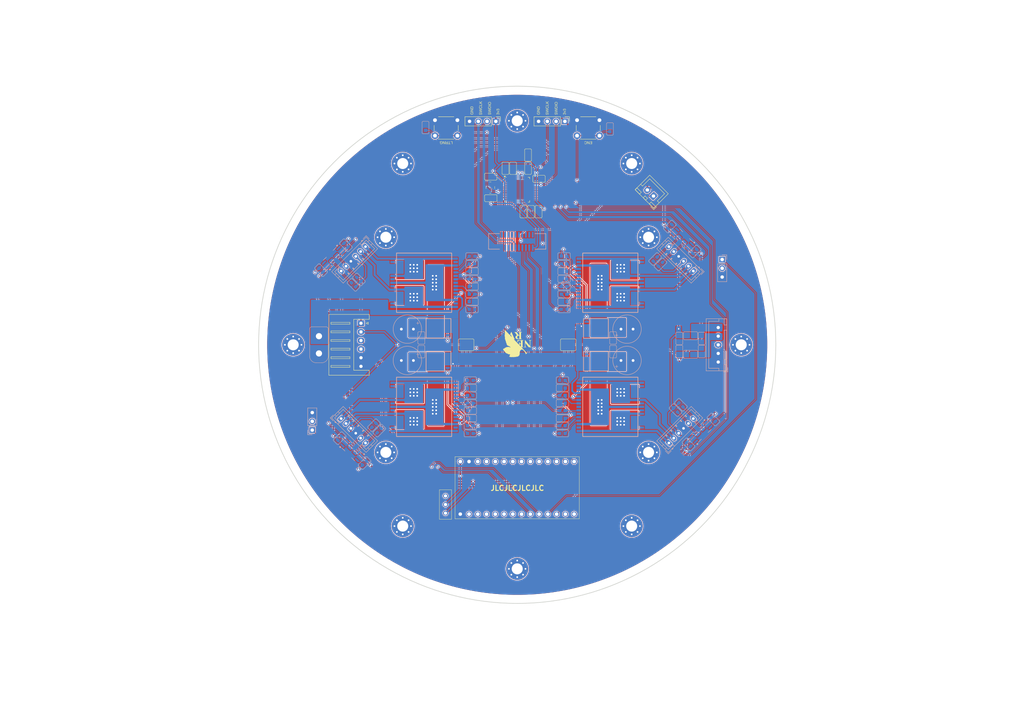
<source format=kicad_pcb>
(kicad_pcb (version 20241229) (generator "pcbnew") (generator_version "9.0")
  (layers (0 "F.Cu" signal) (2 "B.Cu" signal) (13 "F.Paste" user) (15 "B.Paste" user) (5 "F.SilkS" user "F.Silkscreen") (7 "B.SilkS" user "B.Silkscreen") (1 "F.Mask" user) (3 "B.Mask" user) (25 "Edge.Cuts" user))
  (net 0 "")
  (net 1 "+3V3")
  (net 2 "GNDREF")
  (net 3 "+3V3 FILT")
  (net 4 "+5V")
  (net 5 "+5V FILT")
  (net 6 "/ENC/ENC RST")
  (net 7 "/ENC/ENC LED")
  (net 8 "/Connectors and MTH/KICK SIG")
  (net 9 "/ENC/ENC BOOT0")
  (net 10 "/ENC/ENC OSC IN")
  (net 11 "M1 ENC A")
  (net 12 "/ENC/ENC OSC OUT")
  (net 13 "/ENC/ENC SWDIO")
  (net 14 "M1 ENC B")
  (net 15 "M2 ENC B")
  (net 16 "M2 ENC A")
  (net 17 "M3 ENC A")
  (net 18 "M3 ENC B")
  (net 19 "M4 ENC A")
  (net 20 "/ENC/ENC SWCLK")
  (net 21 "M4 ENC B")
  (net 22 "/ENC/ENC TX")
  (net 23 "/Motor Driver/CPM1")
  (net 24 "+12V")
  (net 25 "/Motor Driver/CPM2")
  (net 26 "/Motor Driver/CPM3")
  (net 27 "/Motor Driver/CPM4")
  (net 28 "/Motor Driver/M SW")
  (net 29 "/ENC/M1 DIR")
  (net 30 "/ENC/M2 DIR")
  (net 31 "/Motor Driver/M1 IN B")
  (net 32 "/Motor Driver/M2 IN B")
  (net 33 "/ENC/M1 PWM")
  (net 34 "/ENC/M2 PWM")
  (net 35 "/ENC/M3 DIR")
  (net 36 "/ENC/M4 DIR")
  (net 37 "/Motor Driver/M3 IN B")
  (net 38 "/Motor Driver/M4 IN B")
  (net 39 "/ENC/M3 PWM")
  (net 40 "/ENC/M4 PWM")
  (net 41 "/Connectors and MTH/LIGHT TX")
  (net 42 "/Connectors and MTH/FLAG")
  (net 44 "/Connectors and MTH/LIGHT RX")
  (net 45 "MCU SWDIO")
  (net 46 "/Connectors and MTH/FLAG 2")
  (net 47 "MCU SWCLK")
  (net 48 "/Connectors and MTH/ESC 1")
  (net 49 "MCU RST")
  (net 50 "/Connectors and MTH/ESC 2")
  (net 51 "/ENC/ENC RX")
  (net 52 "/Connectors and MTH/L3 RX")
  (net 53 "/Connectors and MTH/L3 TX")
  (net 54 "Net-(C401-Pad1)")
  (net 55 "Net-(C402-Pad1)")
  (net 56 "Net-(U301A-VCAP1)")
  (net 57 "Net-(D301-K)")
  (net 58 "Net-(C405-Pad1)")
  (net 59 "Net-(C406-Pad1)")
  (net 60 "Net-(IC401-INA)")
  (net 61 "/Motor Connector/M1 OUT A")
  (net 63 "Net-(IC401-PWM)")
  (net 65 "/Motor Connector/M1 OUT B")
  (net 67 "Net-(IC401-ENB{slash}DIAGB)")
  (net 69 "Net-(IC401-ENA{slash}DIAGA)")
  (net 73 "Net-(IC401-INB)")
  (net 75 "/Motor Connector/M3 OUT A")
  (net 76 "Net-(IC402-INB)")
  (net 77 "/Motor Connector/M3 OUT B")
  (net 82 "Net-(IC402-ENB{slash}DIAGB)")
  (net 83 "Net-(IC402-INA)")
  (net 87 "Net-(IC402-ENA{slash}DIAGA)")
  (net 88 "Net-(IC402-PWM)")
  (net 90 "/Motor Connector/M2 OUT A")
  (net 91 "/Motor Connector/M2 OUT B")
  (net 95 "Net-(IC403-INA)")
  (net 96 "Net-(IC403-ENA{slash}DIAGA)")
  (net 99 "Net-(IC403-PWM)")
  (net 101 "Net-(IC403-INB)")
  (net 102 "Net-(IC403-ENB{slash}DIAGB)")
  (net 105 "/Motor Connector/M4 OUT B")
  (net 106 "/Motor Connector/M4 OUT A")
  (net 108 "Net-(IC404-INB)")
  (net 109 "Net-(IC404-PWM)")
  (net 110 "Net-(IC404-ENB{slash}DIAGB)")
  (net 114 "Net-(IC404-INA)")
  (net 117 "Net-(IC404-ENA{slash}DIAGA)")
  (net 122 "Net-(J501-Pin_5)")
  (net 123 "Net-(J501-Pin_6)")
  (net 124 "Net-(J502-Pin_6)")
  (net 125 "Net-(J502-Pin_5)")
  (net 126 "Net-(J503-Pin_5)")
  (net 127 "Net-(J503-Pin_6)")
  (net 128 "Net-(J504-Pin_5)")
  (net 129 "Net-(J504-Pin_6)")
  (net 131 "/Teensy/TNSY PWR")
  (footprint "Library:SOT-23-6" (layer "F.Cu") (at 135.2 100 180)
    (property "Reference" "U602" (hide yes))
    (property "Value" "SN74LVC2G04" (hide yes))
  )
  (footprint "Library:cap0603" (layer "F.Cu") (at 146.6 48.8 90)
    (property "Reference" "C302" (hide yes))
    (property "Value" "0u1" (hide yes))
  )
  (footprint "Library:CX3225SB16000D0FPLCC" (layer "F.Cu") (at 142.2 54.4 -90)
    (property "Reference" "Y301" (hide yes))
    (property "Value" "16Mhz" (hide yes))
  )
  (footprint "Connector_PinHeader_2.54mm:PinHeader_1x04_P2.54mm_Vertical" (layer "F.Cu") (at 163.82 35.2 -90)
    (property "Reference" "J301" (hide yes))
    (property "Value" "Conn_01x04")
  )
  (footprint "MountingHole:MountingHole_3.2mm_M3_Pad_Via" (layer "F.Cu") (at 111.9 68.8)
    (property "Reference" "H111" (hide yes))
    (property "Value" "MountingHole")
  )
  (footprint "Library:Teensy 4.0" (layer "F.Cu") (at 150 141.48 90)
    (property "Reference" "U201" (hide yes))
    (property "Value" "Teensy 4.0")
  )
  (footprint "kibuzzard-678DE539" (layer "F.Cu") (at 163.7 32.4 90)
    (property "Reference" "kibuzzard-678DE539" (hide yes))
    (property "Value" "G***" (hide yes))
  )
  (footprint "Package_DFN_QFN:QFN-48-1EP_7x7mm_P0.5mm_EP5.6x5.6mm" (layer "F.Cu") (at 150 55)
    (property "Reference" "U301" (hide yes))
    (property "Value" "STM32F401C_B-C_Ux")
  )
  (footprint "Library:cap0603" (layer "F.Cu") (at 156.3 51.85)
    (property "Reference" "C305" (hide yes))
    (property "Value" "0u1" (hide yes))
  )
  (footprint "Library:cap0603" (layer "F.Cu") (at 142.33 51.23 180)
    (property "Reference" "C304" (hide yes))
    (property "Value" "0u1" (hide yes))
  )
  (footprint "Connector_JST:JST_XH_S6B-XH-A_1x06_P2.50mm_Horizontal" (layer "F.Cu") (at 104.69 93.75 -90)
    (property "Reference" "J101" (hide yes))
    (property "Value" "Conn_01x06")
  )
  (footprint "Library:cap0603" (layer "F.Cu") (at 154 61.400001 -90)
    (property "Reference" "C303" (hide yes))
    (property "Value" "0u1" (hide yes))
  )
  (footprint "Library:SS12D00G3" (layer "F.Cu") (at 129.2 146.32 90)
    (property "Reference" "SW201" (hide yes))
    (property "Value" "SW_SPDT" (hide yes))
  )
  (footprint "kibuzzard-678DE539" (layer "F.Cu") (at 144.4 32.4 90)
    (property "Reference" "kibuzzard-678DE539" (hide yes))
    (property "Value" "G***" (hide yes))
  )
  (footprint "Library:res0603" (layer "F.Cu") (at 148.79 48.8 -90)
    (property "Reference" "R302" (hide yes))
    (property "Value" "10K")
  )
  (footprint "MountingHole:MountingHole_3.2mm_M3_Pad_Via" (layer "F.Cu") (at 188.1 131.2)
    (property "Reference" "H105" (hide yes))
    (property "Value" "MountingHole")
  )
  (footprint "MountingHole:MountingHole_3.2mm_M3_Pad_Via" (layer "F.Cu") (at 116.8 152.574726)
    (property "Reference" "H108" (hide yes))
    (property "Value" "MountingHole")
  )
  (footprint "Button_Switch_THT:SW_PUSH_6mm" (layer "F.Cu") (at 126.15 34.85)
    (property "Reference" "SW301" (hide yes))
    (property "Value" "ENC RST")
  )
  (footprint "Library:cap0603" (layer "F.Cu") (at 156.2 61.400001 -90)
    (property "Reference" "C301" (hide yes))
    (property "Value" "2u2" (hide yes))
  )
  (footprint "Library:cap0603" (layer "F.Cu") (at 151.800001 61.4 -90)
    (property "Reference" "C307" (hide yes))
    (property "Value" "0u1" (hide yes))
  )
  (footprint "Library:cap0603" (layer "F.Cu") (at 142.33 57.48 180)
    (property "Reference" "C306" (hide yes))
    (property "Value" "0u1" (hide yes))
  )
  (footprint "MountingHole:MountingHole_3.2mm_M3_Pad_Via" (layer "F.Cu") (at 85.027427 100)
    (property "Reference" "H110" (hide yes))
    (property "Value" "MountingHole")
  )
  (footprint "MountingHole:MountingHole_3.2mm_M3_Pad_Via" (layer "F.Cu") (at 150 164.972573)
    (property "Reference" "H107" (hide yes))
    (property "Value" "MountingHole" (hide yes))
  )
  (footprint "kibuzzard-678DE626" (layer "F.Cu") (at 136.833958 32.046446 90)
    (property "Reference" "kibuzzard-678DE626" (hide yes))
    (property "Value" "G***" (hide yes))
  )
  (footprint "kibuzzard-67A9A958" (layer "F.Cu") (at 170.6 41.4 180)
    (property "Reference" "kibuzzard-67A9A958" (hide yes))
    (property "Value" "G***" (hide yes))
  )
  (footprint "MountingHole:MountingHole_3.2mm_M3_Pad_Via" (layer "F.Cu") (at 150 35.027427)
    (property "Reference" "H101" (hide yes))
    (property "Value" "MountingHole")
  )
  (footprint "MountingHole:MountingHole_3.2mm_M3_Pad_Via" (layer "F.Cu") (at 214.972573 100)
    (property "Reference" "H104" (hide yes))
    (property "Value" "MountingHole")
  )
  (footprint "Library:led0603" (layer "F.Cu") (at 153.14 48.79 -90)
    (property "Reference" "D301" (hide yes))
    (property "Value" "RED")
  )
  (footprint "Library:res0603" (layer "F.Cu") (at 153.14 44.990001 90)
    (property "Reference" "R301" (hide yes))
    (property "Value" "1K")
  )
  (footprint "MountingHole:MountingHole_3.2mm_M3_Pad_Via" (layer "F.Cu") (at 111.9 131.2)
    (property "Reference" "H109" (hide yes))
    (property "Value" "MountingHole")
  )
  (footprint "Connector_PinHeader_2.54mm:PinHeader_1x04_P2.54mm_Vertical" (layer "F.Cu") (at 143.8 35.2 -90)
    (property "Reference" "J107" (hide yes))
    (property "Value" "Conn_01x04")
  )
  (footprint "Connector_JST:JST_XH_B2B-XH-A_1x02_P2.50mm_Vertical" (layer "F.Cu") (at 189.512653 56.855115 135)
    (property "Reference" "SW401" (hide yes))
    (property "Value" "SW_SPST")
  )
  (footprint "kibuzzard-678DE51F" (layer "F.Cu") (at 161.295837 31.410051 90)
    (property "Reference" "kibuzzard-678DE51F" (hide yes))
    (property "Value" "G***" (hide yes))
  )
  (footprint "MountingHole:MountingHole_3.2mm_M3_Pad_Via" (layer "F.Cu") (at 183.2 47.425274)
    (property "Reference" "H102" (hide yes))
    (property "Value" "MountingHole")
  )
  (footprint "kibuzzard-678DE626" (layer "F.Cu") (at 156.133957 32.046447 90)
    (property "Reference" "kibuzzard-678DE626" (hide yes))
    (property "Value" "G***" (hide yes))
  )
  (footprint "LOGO" (layer "F.Cu") (at 150.165371 98.672401 180)
    (property "Reference" "G***" (hide yes))
    (property "Value" "LOGO" (hide yes))
  )
  (footprint "MountingHole:MountingHole_3.2mm_M3_Pad_Via" (layer "F.Cu") (at 188.1 68.8)
    (property "Reference" "H103" (hide yes))
    (property "Value" "MountingHole")
  )
  (footprint "kibuzzard-67A9A8E3" (layer "F.Cu") (at 129.399992 41.399923 180)
    (property "Reference" "kibuzzard-67A9A8E3" (hide yes))
    (property "Value" "G***" (hide yes))
  )
  (footprint "MountingHole:MountingHole_3.2mm_M3_Pad_Via" (layer "F.Cu") (at 116.8 47.425274)
    (property "Reference" "H112" (hide yes))
    (property "Value" "MountingHole")
  )
  (footprint "Button_Switch_THT:SW_PUSH_6mm" (layer "F.Cu") (at 167.35 34.85)
    (property "Reference" "SW101" (hide yes))
    (property "Value" "ENC RST")
  )
  (footprint "kibuzzard-678DE603" (layer "F.Cu") (at 158.690711 31.332716 90)
    (property "Reference" "kibuzzard-678DE603" (hide yes))
    (property "Value" "G***" (hide yes))
  )
  (footprint "kibuzzard-678DE51F" (layer "F.Cu") (at 141.995838 31.41005 90)
    (property "Reference" "kibuzzard-678DE51F" (hide yes))
    (property "Value" "G***" (hide yes))
  )
  (footprint "kibuzzard-678DE603" (layer "F.Cu") (at 139.390711 31.332716 90)
    (property "Reference" "kibuzzard-678DE603" (hide yes))
    (property "Value" "G***" (hide yes))
  )
  (footprint "MountingHole:MountingHole_3.2mm_M3_Pad_Via" (layer "F.Cu") (at 183.2 152.574726)
    (property "Reference" "H106" (hide yes))
    (property "Value" "MountingHole" (hide yes))
  )
  (footprint "Library:SOT-23-6" (layer "F.Cu") (at 164.8 100)
    (property "Reference" "U601" (hide yes))
    (property "Value" "SN74LVC2G04" (hide yes))
  )
  (footprint "Package_TO_SOT_SMD:SOT-23" (layer "B.Cu") (at 95.302922 76.127079 45)
    (property "Reference" "Q506" (hide yes))
    (property "Value" "BSS138")
  )
  (footprint "Library:res0603" (layer "B.Cu") (at 136.9 78.7)
    (property "Reference" "R402" (hide yes))
    (property "Value" "3K3")
  )
  (footprint "Connector_JST:JST_XH_B5B-XH-A_1x05_P2.50mm_Vertical" (layer "B.Cu") (at 208.3 105 90)
    (property "Reference" "J102" (hide yes))
    (property "Value" "Conn_01x05")
  )
  (footprint "Library:res0603" (layer "B.Cu") (at 197.472712 117.387286 -45)
    (property "Reference" "R504" (hide yes))
    (property "Value" "1k")
  )
  (footprint "Connector_JST:JST_PH_B6B-PH-K_1x06_P2.00mm_Vertical" (layer "B.Cu") (at 98.934133 121.397721 -45)
    (property "Reference" "J504" (hide yes))
    (property "Value" "M4")
  )
  (footprint "Library:res0603" (layer "B.Cu") (at 163.1 125.7)
    (property "Reference" "R409" (hide yes))
    (property "Value" "1K")
  )
  (footprint "Connector_JST:JST_PH_B6B-PH-K_1x06_P2.00mm_Vertical" (layer "B.Cu") (at 193.994798 128.468788 45)
    (property "Reference" "J501" (hide yes))
    (property "Value" "M1")
  )
  (footprint "Library:cap0603" (layer "B.Cu") (at 197.02 98.139999 -90)
    (property "Reference" "C104" (hide yes))
    (property "Value" "2u2" (hide yes))
  )
  (footprint "Package_TO_SOT_SMD:SOT-23" (layer "B.Cu") (at 204.697077 123.872921 -135)
    (property "Reference" "Q502" (hide yes))
    (property "Value" "BSS138")
  )
  (footprint "Library:res0603" (layer "B.Cu") (at 199.684588 128.87541 135)
    (property "Reference" "R501" (hide yes))
    (property "Value" "1k")
  )
  (footprint "Library:res0603" (layer "B.Cu") (at 110.015635 124.875635 -135)
    (property "Reference" "R516" (hide yes))
    (property "Value" "1k")
  )
  (footprint "Library:res0603" (layer "B.Cu") (at 201.472489 72.91249 -135)
    (property "Reference" "R505" (hide yes))
    (property "Value" "1k")
  )
  (footprint "Library:cap0603" (layer "B.Cu") (at 203.52 101.939999 90)
    (property "Reference" "C101" (hide yes))
    (property "Value" "2u2" (hide yes))
  )
  (footprint "Library:res0603" (layer "B.Cu") (at 136.4 112.5)
    (property "Reference" "R418" (hide yes))
    (property "Value" "3K3")
  )
  (footprint "Library:res0603" (layer "B.Cu") (at 136.9 89.7 180)
    (property "Reference" "R415" (hide yes))
    (property "Value" "1K")
  )
  (footprint "Library:ST_MultiPowerSO-30" (layer "B.Cu") (at 177 118 90)
    (property "Reference" "IC401" (hide yes))
    (property "Value" "VNH5019ATR-E" (hide yes))
  )
  (footprint "Library:res0603" (layer "B.Cu") (at 136.4 116.9 180)
    (property "Reference" "R432" (hide yes))
    (property "Value" "1K")
  )
  (footprint "Library:526101071" (layer "B.Cu") (at 150 70)
    (property "Reference" "J106" (hide yes))
    (property "Value" "Conn_01x10" (hide yes))
  )
  (footprint "Connector_JST:JST_PH_B6B-PH-K_1x06_P2.00mm_Vertical" (layer "B.Cu") (at 201.065867 78.60228 135)
    (property "Reference" "J503" (hide yes))
    (property "Value" "M2")
  )
  (footprint "Library:cap0603" (layer "B.Cu") (at 177.8 102 90)
    (property "Reference" "C403" (hide yes))
    (property "Value" "0u1" (hide yes))
  )
  (footprint "Library:res0603" (layer "B.Cu") (at 93.102922 78.337079 135)
    (property "Reference" "R510" (hide yes))
    (property "Value" "1k")
  )
  (footprint "Library:res0603" (layer "B.Cu") (at 136.4 110.3 180)
    (property "Reference" "R430" (hide yes))
    (property "Value" "1K")
  )
  (footprint "Library:res0603" (layer "B.Cu") (at 163.6 74.3)
    (property "Reference" "R426" (hide yes))
    (property "Value" "1K")
  )
  (footprint "Library:8-DFN (5x6)" (layer "B.Cu") (at 127.175 104.75 -90)
    (property "Reference" "Q404" (hide yes))
    (property "Value" "AON6354")
  )
  (footprint "Library:res0603" (layer "B.Cu") (at 136.4 123.5 180)
    (property "Reference" "R429" (hide yes))
    (property "Value" "1K")
  )
  (footprint "Package_TO_SOT_SMD:SOT-23" (layer "B.Cu") (at 103.53 132.1 135)
    (property "Reference" "Q508" (hide yes))
    (property "Value" "BSS138")
  )
  (footprint "Library:res0603" (layer "B.Cu") (at 163.1 110.3)
    (property "Reference" "R410" (hide yes))
    (property "Value" "1K")
  )
  (footprint "Package_TO_SOT_SMD:SOT-23" (layer "B.Cu") (at 98.152922 73.28708 -135)
    (property "Reference" "Q505" (hide yes))
    (property "Value" "BSS138")
  )
  (footprint "Library:res0603" (layer "B.Cu") (at 163.6 80.9 180)
    (property "Reference" "R419" (hide yes))
    (property "Value" "10K")
  )
  (footprint "Library:8-DFN (5x6)" (layer "B.Cu") (at 172.825 104.75 90)
    (property "Reference" "Q401" (hide yes))
    (property "Value" "AON6354")
  )
  (footprint "Package_TO_SOT_SMD:SOT-23" (layer "B.Cu") (at 201.847077 126.71292 45)
    (property "Reference" "Q501" (hide yes))
    (property "Value" "BSS138")
  )
  (footprint "Connector_JST:JST_PH_B6B-PH-K_1x06_P2.00mm_Vertical" (layer "B.Cu") (at 106.005201 71.531212 -135)
    (property "Reference" "J502" (hide yes))
    (property "Value" "M3")
  )
  (footprint "Library:cap0603" (layer "B.Cu") (at 176.9 37.4 90)
    (property "Reference" "C105" (hide yes))
    (property "Value" "0u1" (hide yes))
  )
  (footprint "Library:res0603" (layer "B.Cu") (at 136.9 85.3 180)
    (property "Reference" "R413" (hide yes))
    (property "Value" "1K")
  )
  (footprint "Library:res0603" (layer "B.Cu") (at 136.9 83.1)
    (property "Reference" "R404" (hide yes))
    (property "Value" "10K")
  )
  (footprint "Library:res0603" (layer "B.Cu") (at 163.6 85.3)
    (property "Reference" "R423" (hide yes))
    (property "Value" "1K")
  )
  (footprint "Library:res0603" (layer "B.Cu") (at 136.4 114.7 180)
    (property "Reference" "R428" (hide yes))
    (property "Value" "1K")
  )
  (footprint "Library:res0603" (layer "B.Cu") (at 163.1 112.5 180)
    (property "Reference" "R401" (hide yes))
    (property "Value" "3K3")
  )
  (footprint "Library:8-DFN (5x6)" (layer "B.Cu") (at 127.175 95.25 -90)
    (property "Reference" "Q402" (hide yes))
    (property "Value" "AON6354")
  )
  (footprint "Library:CP_Radial_D8.0mm_P3.50mm" (layer "B.Cu") (at 181.85 95.45)
    (property "Reference" "C405" (hide yes))
    (property "Value" "470u" (hide yes))
  )
  (footprint "Library:CP_Radial_D8.0mm_P3.50mm" (layer "B.Cu") (at 118.15 95.45 180)
    (property "Reference" "C402" (hide yes))
    (property "Value" "470u")
  )
  (footprint "Library:res0603" (layer "B.Cu") (at 206.897077 121.662921 -45)
    (property "Reference" "R502" (hide yes))
    (property "Value" "1k")
  )
  (footprint "Library:res0603" (layer "B.Cu") (at 163.099 123.5)
    (property "Reference" "R407" (hide yes))
    (property "Value" "1K")
  )
  (footprint "Library:res0603" (layer "B.Cu") (at 136.9 80.9 180)
    (property "Reference" "R416" (hide yes))
    (property "Value" "1K")
  )
  (footprint "Library:cap0603" (layer "B.Cu") (at 122.2 98 -90)
    (property "Reference" "C404" (hide yes))
    (property "Value" "0u1" (hide yes))
  )
  (footprint "Library:cap0603" (layer "B.Cu") (at 123.4 37 90)
    (property "Reference" "C308" (hide yes))
    (property "Value" "0u1" (hide yes))
  )
  (footprint "Library:res0603" (layer "B.Cu") (at 163.1 114.7)
    (property "Reference" "R408" (hide yes))
    (property "Value" "1K")
  )
  (footprint "Library:res0603" (layer "B.Cu") (at 191.54 76.680001 45)
    (property "Reference" "R507" (hide yes))
    (property "Value" "1k" (hide yes))
  )
  (footprint "Library:8-DFN (5x6)" (layer "B.Cu") (at 172.825 95.25 90)
    (property "Reference" "Q403" (hide yes))
    (property "Value" "AON6354")
  )
  (footprint "Library:ST_MultiPowerSO-30" (layer "B.Cu") (at 177 82 90)
    (property "Reference" "IC403" (hide yes))
    (property "Value" "VNH5019ATR-E" (hide yes))
  )
  (footprint "Library:res0603" (layer "B.Cu") (at 163.1 116.9 180)
    (property "Reference" "R403" (hide yes))
    (property "Value" "10K")
  )
  (footprint "Library:ST_MultiPowerSO-30" (layer "B.Cu") (at 123 82 -90)
    (property "Reference" "IC402" (hide yes))
    (property "Value" "VNH5019ATR-E" (hide yes))
  )
  (footprint "Library:res0603" (layer "B.Cu") (at 195.917077 118.942921 -45)
    (property "Reference" "R503" (hide yes))
    (property "Value" "1k")
  )
  (footprint "Library:res0603" (layer "B.Cu") (at 163.6 87.5 180)
    (property "Reference" "R421" (hide yes))
    (property "Value" "3K3")
  )
  (footprint "Library:xt30-f" (layer "B.Cu") (at 92.5 100 -90)
    (property "Reference" "J104" (hide yes))
    (property "Value" "Conn_01x02" (hide yes))
  )
  (footprint "Library:cap0603" (layer "B.Cu") (at 203.52 98.139999 -90)
    (property "Reference" "C103" (hide yes))
    (property "Value" "2u2" (hide yes))
  )
  (footprint "Library:res0603" (layer "B.Cu") (at 163.6 78.7 180)
    (property "Reference" "R417" (hide yes))
    (property "Value" "3K3")
  )
  (footprint "Library:res0603" (layer "B.Cu") (at 100.315411 71.12459 -45)
    (property "Reference" "R509" (hide yes))
    (property "Value" "1k")
  )
  (footprint "Library:res0603" (layer "B.Cu") (at 194.26 65.700001 45)
    (property "Reference" "R506" (hide yes))
    (property "Value" "1k")
  )
  (footprint "Library:res0603" (layer "B.Cu") (at 108.46 123.32 -135)
    (property "Reference" "R515" (hide yes))
    (property "Value" "1k" (hide yes))
  )
  (footprint "Package_TO_SOT_SMD:SOT-23" (layer "B.Cu") (at 196.47 67.900001 -45)
    (property "Reference" "Q504" (hide yes))
    (property "Value" "BSS138")
  )
  (footprint "Package_TO_SOT_SMD:SOT-23" (layer "B.Cu") (at 100.69 129.25 -45)
    (property "Reference" "Q507" (hide yes))
    (property "Value" "BSS138")
  )
  (footprint "Library:res0603" (layer "B.Cu") (at 163.1 119.100001)
    (property "Reference" "R411" (hide yes))
    (property "Value" "1K")
  )
  (footprint "Library:res0603" (layer "B.Cu") (at 136.9 74.3 180)
    (property "Reference" "R414" (hide yes))
    (property "Value" "1K")
  )
  (footprint "Library:res0603" (layer "B.Cu") (at 136.4 119.1)
    (property "Reference" "R420" (hide yes))
    (property "Value" "10K")
  )
  (footprint "Library:res0603" (layer "B.Cu") (at 102.527287 82.612714 135)
    (property "Reference" "R512" (hide yes))
    (property "Value" "1k")
  )
  (footprint "Connector_PinHeader_2.54mm:PinHeader_1x03_P2.54mm_Vertical" (layer "B.Cu") (at 209.44 75.265 180)
    (property "Reference" "J103" (hide yes))
    (property "Value" "Conn_01x03")
  )
  (footprint "Library:res0603" (layer "B.Cu") (at 163.6 76.5)
    (property "Reference" "R424" (hide yes))
    (property "Value" "1K")
  )
  (footprint "Library:fb0805" (layer "B.Cu") (at 200.27 97.339999 180)
    (property "Reference" "FB102" (hide yes))
    (property "Value" "100R")
  )
  (footprint "Connector_PinHeader_2.54mm:PinHeader_1x03_P2.54mm_Vertical" (layer "B.Cu") (at 90.56 124.735)
    (property "Reference" "J105" (hide yes))
    (property "Value" "Conn_01x03")
  )
  (footprint "Library:cap0603" (layer "B.Cu") (at 122.2 102 90)
    (property "Reference" "C408" (hide yes))
    (property "Value" "0u1" (hide yes))
  )
  (footprint "Library:res0603" (layer "B.Cu") (at 136.901001 76.5 180)
    (property "Reference" "R412" (hide yes))
    (property "Value" "1K")
  )
  (footprint "Library:res0603" (layer "B.Cu") (at 136.4 125.7 180)
    (property "Reference" "R431" (hide yes))
    (property "Value" "1K")
  )
  (footprint "Library:res0603" (layer "B.Cu") (at 98.527511 127.087511 45)
    (property "Reference" "R513" (hide yes))
    (property "Value" "1k")
  )
  (footprint "Library:CP_Radial_D8.0mm_P3.50mm" (layer "B.Cu") (at 181.85 104.55)
    (property "Reference" "C401" (hide yes))
    (property "Value" "470u")
  )
  (footprint "Library:res0603" (layer "B.Cu") (at 163.6 89.7)
    (property "Reference" "R425" (hide yes))
    (property "Value" "1K")
  )
  (footprint "Library:CP_Radial_D8.0mm_P3.50mm" (layer "B.Cu") (at 118.15 104.55 180)
    (property "Reference" "C406" (hide yes))
    (property "Value" "470u")
  )
  (footprint "Library:ST_MultiPowerSO-30" (layer "B.Cu") (at 123 118 -90)
    (property "Reference" "IC404" (hide yes))
    (property "Value" "VNH5019ATR-E" (hide yes))
  )
  (footprint "Library:res0603" (layer "B.Cu") (at 163.099999 121.3 180)
    (property "Reference" "R405" (hide yes))
    (property "Value" "3K3")
  )
  (footprint "Library:cap0603" (layer "B.Cu") (at 177.8 98 -90)
    (property "Reference" "C407" (hide yes))
    (property "Value" "0u1" (hide yes))
  )
  (footprint "Package_TO_SOT_SMD:SOT-23" (layer "B.Cu") (at 199.309999 70.750001 135)
    (property "Reference" "Q503" (hide yes))
    (property "Value" "BSS138")
  )
  (footprint "Library:res0603" (layer "B.Cu") (at 105.74 134.3 -135)
    (property "Reference" "R514" (hide yes))
    (property "Value" "1k")
  )
  (footprint "Library:res0603" (layer "B.Cu") (at 104.082922 81.057079 135)
    (property "Reference" "R511" (hide yes))
    (property "Value" "1k")
  )
  (footprint "Library:res0603" (layer "B.Cu") (at 189.984365 75.124366 45)
    (property "Reference" "R508" (hide yes))
    (property "Value" "1k")
  )
  (footprint "Library:res0603" (layer "B.Cu") (at 163.6 83.1)
    (property "Reference" "R427" (hide yes))
    (property "Value" "1K")
  )
  (footprint "Library:cap0603" (layer "B.Cu") (at 197.02 101.939999 90)
    (property "Reference" "C102" (hide yes))
    (property "Value" "2u2" (hide yes))
  )
  (footprint "Library:fb0805" (layer "B.Cu") (at 200.27 102.739999 180)
    (property "Reference" "FB101" (hide yes))
    (property "Value" "100R")
  )
  (footprint "Library:res0603" (layer "B.Cu") (at 136.9 87.5)
    (property "Reference" "R406" (hide yes))
    (property "Value" "3K3")
  )
  (footprint "Library:res0603" (layer "B.Cu") (at 136.4 121.3)
    (property "Reference" "R422" (hide yes))
    (property "Value" "3K3")
  )
  (gr_circle (center 150 100) (end 225 100) (stroke (width 0.2)) (fill no) (layer "Edge.Cuts"))
  (gr_text "JLCJLCJLCJLC" (at 142.13 142.43 0) (layer "F.SilkS") (effects (font (size 1.5 1.5) (thickness 0.3) (bold yes)) (justify left bottom)))
  (segment (start 192.538629 56.538629) (end 192.538629 65.11) (width 0.5) (layer "F.Cu") (net 3))
  (segment (start 155.537653 51.812347) (end 155.1 52.25) (width 0.25) (layer "F.Cu") (net 3))
  (segment (start 187.744886 43.264886) (end 187.744886 55.087348) (width 0.5) (layer "F.Cu") (net 3))
  (segment (start 100.115 115.125) (end 99.07 114.08) (width 0.5) (layer "F.Cu") (net 3))
  (segment (start 190.47 54.47) (end 192.538629 56.538629) (width 0.5) (layer "F.Cu") (net 3))
  (segment (start 96.699087 126.409087) (end 96.699087 118.540913) (width 0.5) (layer "F.Cu") (net 3))
  (segment (start 143.13 51.2) (end 144.4 51.2) (width 0.25) (layer "F.Cu") (net 3))
  (segment (start 197.03 104.29) (end 203.32 98) (width 0.5) (layer "F.Cu") (net 3))
  (segment (start 113.73774 141.185) (end 107.480458 134.927718) (width 0.5) (layer "F.Cu") (net 3))
  (segment (start 154 60.600001) (end 156.2 60.600001) (width 0.25) (layer "F.Cu") (net 3))
  (segment (start 147.25 51.5625) (end 147.25 50.25) (width 0.25) (layer "F.Cu") (net 3))
  (segment (start 143.8 35.2) (end 143.8 33.01) (width 0.5) (layer "F.Cu") (net 3))
  (segment (start 152.75 59.350001) (end 154 60.600001) (width 0.25) (layer "F.Cu") (net 3))
  (segment (start 134.05 100) (end 115.24 100) (width 0.25) (layer "F.Cu") (net 3))
  (segment (start 155.54 50.11) (end 155.537653 50.112347) (width 0.25) (layer "F.Cu") (net 3))
  (segment (start 143.8 33.01) (end 146.24 30.57) (width 0.5) (layer "F.Cu") (net 3))
  (segment (start 187.744886 55.087348) (end 188.362234 54.47) (width 0.5) (layer "F.Cu") (net 3))
  (segment (start 146.5625 52.25) (end 146.5625 51.6975) (width 0.25) (layer "F.Cu") (net 3))
  (segment (start 146.6975 51.5625) (end 147.25 51.5625) (width 0.25) (layer "F.Cu") (net 3))
  (segment (start 198.999087 128.488173) (end 198.999087 130.750913) (width 0.5) (layer "F.Cu") (net 3))
  (segment (start 155.537653 50.112347) (end 155.537653 51.812347) (width 0.25) (layer "F.Cu") (net 3))
  (segment (start 165.69 37.07) (end 181.55 37.07) (width 0.5) (layer "F.Cu") (net 3))
  (segment (start 197.03 109.481824) (end 197.03 104.29) (width 0.5) (layer "F.Cu") (net 3))
  (segment (start 144.4 51.2) (end 145.45 52.25) (width 0.25) (layer "F.Cu") (net 3))
  (segment (start 192.74 100) (end 197.03 104.29) (width 0.25) (layer "F.Cu") (net 3))
  (segment (start 157.779999 60.600001) (end 157.79 60.59) (width 0.25) (layer "F.Cu") (net 3))
  (segment (start 156.2 60.600001) (end 157.779999 60.600001) (width 0.25) (layer "F.Cu") (net 3))
  (segment (start 143.13 57.48) (end 143.13 58.31) (width 0.25) (layer "F.Cu") (net 3))
  (segment (start 163.82 35.2) (end 165.69 37.07) (width 0.5) (layer "F.Cu") (net 3))
  (segment (start 181.55 37.07) (end 187.744886 43.264886) (width 0.5) (layer "F.Cu") (net 3))
  (segment (start 203.32 98) (end 203.32 73.628631) (width 0.5) (layer "F.Cu") (net 3))
  (segment (start 192.538629 65.11) (end 201.05726 73.628631) (width 0.5) (layer "F.Cu") (net 3))
  (segment (start 143.13 58.31) (end 142.44 59) (width 0.25) (layer "F.Cu") (net 3))
  (segment (start 145.45 52.25) (end 146.5625 52.25) (width 0.25) (layer "F.Cu") (net 3))
  (segment (start 146.5625 56.25) (end 144.95 56.25) (width 0.25) (layer "F.Cu") (net 3))
  (segment (start 107.480458 134.927718) (end 98.961827 126.409087) (width 0.5) (layer "F.Cu") (net 3))
  (segment (start 201.05726 73.628631) (end 203.32 73.628631) (width 0.5) (layer "F.Cu") (net 3))
  (segment (start 92.532157 80.047843) (end 101.050788 71.529212) (width 0.5) (layer "F.Cu") (net 3))
  (segment (start 98.961827 126.409087) (end 96.699087 126.409087) (width 0.5) (layer "F.Cu") (net 3))
  (segment (start 152.75 58.4375) (end 152.75 59.350001) (width 0.25) (layer "F.Cu") (net 3))
  (segment (start 159.19 30.57) (end 163.82 35.2) (width 0.5) (layer "F.Cu") (net 3))
  (segment (start 207.517718 119.969542) (end 198.999087 128.488173) (width 0.5) (layer "F.Cu") (net 3))
  (segment (start 198.999087 130.750913) (end 188.565 141.185) (width 0.5) (layer "F.Cu") (net 3))
  (segment (start 188.565 141.185) (end 113.73774 141.185) (width 0.5) (layer "F.Cu") (net 3))
  (segment (start 144.95 56.25) (end 143.72 57.48) (width 0.25) (layer "F.Cu") (net 3))
  (segment (start 146.24 30.57) (end 159.19 30.57) (width 0.5) (layer "F.Cu") (net 3))
  (segment (start 147.25 50.25) (end 146.6 49.6) (width 0.25) (layer "F.Cu") (net 3))
  (segment (start 165.95 100) (end 192.74 100) (width 0.25) (layer "F.Cu") (net 3))
  (segment (start 101.050788 71.529212) (end 101.050788 69.266472) (width 0.5) (layer "F.Cu") (net 3))
  (segment (start 100.115 115.125) (end 96.699087 118.540913) (width 0.5) (layer "F.Cu") (net 3))
  (segment (start 155.1 52.25) (end 153.4375 52.25) (width 0.25) (layer "F.Cu") (net 3))
  (segment (start 146.5625 51.6975) (end 146.6975 51.5625) (width 0.25) (layer "F.Cu") (net 3))
  (segment (start 99.07 114.08) (end 99.07 86.585686) (width 0.5) (layer "F.Cu") (net 3))
  (segment (start 143.13 49.6) (end 143.13 51.2) (width 0.25) (layer "F.Cu") (net 3))
  (segment (start 188.362234 54.47) (end 190.47 54.47) (width 0.5) (layer "F.Cu") (net 3))
  (segment (start 207.517718 119.969542) (end 197.03 109.481824) (width 0.5) (layer "F.Cu") (net 3))
  (segment (start 99.07 86.585686) (end 92.532157 80.047843) (width 0.5) (layer "F.Cu") (net 3))
  (segment (start 143.72 57.48) (end 143.13 57.48) (width 0.25) (layer "F.Cu") (net 3))
  (via (at 101.050788 69.266472) (size 0.8) (drill 0.4) (layers "F.Cu" "B.Cu") (net 3))
  (via (at 143.13 49.6) (size 0.8) (drill 0.4) (layers "F.Cu" "B.Cu") (net 3))
  (via (at 198.999087 130.750913) (size 0.8) (drill 0.4) (layers "F.Cu" "B.Cu") (net 3))
  (via (at 157.79 60.59) (size 0.8) (drill 0.4) (layers "F.Cu" "B.Cu") (net 3))
  (via (at 100.115 115.125) (size 0.8) (drill 0.4) (layers "F.Cu" "B.Cu") (net 3))
  (via (at 197.03 104.29) (size 0.8) (drill 0.4) (layers "F.Cu" "B.Cu") (net 3))
  (via (at 207.517718 119.969542) (size 0.8) (drill 0.4) (layers "F.Cu" "B.Cu") (net 3))
  (via (at 115.24 100) (size 0.8) (drill 0.4) (layers "F.Cu" "B.Cu") (net 3))
  (via (at 142.44 59) (size 0.8) (drill 0.4) (layers "F.Cu" "B.Cu") (net 3))
  (via (at 203.32 73.628631) (size 0.8) (drill 0.4) (layers "F.Cu" "B.Cu") (net 3))
  (via (at 92.532157 80.047843) (size 0.8) (drill 0.4) (layers "F.Cu" "B.Cu") (net 3))
  (via (at 155.54 50.11) (size 0.8) (drill 0.4) (layers "F.Cu" "B.Cu") (net 3))
  (via (at 107.480458 134.927718) (size 0.8) (drill 0.4) (layers "F.Cu" "B.Cu") (net 3))
  (via (at 192.538629 65.11) (size 0.8) (drill 0.4) (layers "F.Cu" "B.Cu") (net 3))
  (via (at 96.699087 126.409087) (size 0.8) (drill 0.4) (layers "F.Cu" "B.Cu") (net 3))
  (segment (start 195.161021 67.761021) (end 193.72 66.32) (width 0.25) (layer "B.Cu") (net 3))
  (segment (start 155.54 50.11) (end 155.54 58.4) (width 0.5) (layer "B.Cu") (net 3))
  (segment (start 157.73 60.59) (end 157.79 60.59) (width 0.5) (layer "B.Cu") (net 3))
  (segment (start 115.24 100) (end 100.115 115.125) (width 0.5) (layer "B.Cu") (net 3))
  (segment (start 104.888979 132.278979) (end 106.33 133.72) (width 0.25) (layer "B.Cu") (net 3))
  (segment (start 145.49 47.2) (end 144.73 47.96) (width 0.5) (layer "B.Cu") (net 3))
  (segment (start 99.768962 70.548298) (end 101.050788 69.266472) (width 0.25) (layer "B.Cu") (net 3))
  (segment (start 155.54 58.4) (end 157.73 60.59) (width 0.5) (layer "B.Cu") (net 3))
  (segment (start 111.49 96.25) (end 115.24 100) (width 0.5) (layer "B.Cu") (net 3))
  (segment (start 146.38 59) (end 146.38 52.85) (width 0.5) (layer "B.Cu") (net 3))
  (segment (start 146.38 52.85) (end 143.13 49.6) (width 0.5) (layer "B.Cu") (net 3))
  (segment (start 142.44 59) (end 146.38 59) (width 0.5) (layer "B.Cu") (net 3))
  (segment (start 197.03 104.29) (end 197.03 102.749998) (width 0.5) (layer "B.Cu") (net 3))
  (segment (start 200.280913 129.469087) (end 198.999087 130.750913) (width 0.25) (layer "B.Cu") (net 3))
  (segment (start 148.41 59) (end 155.82 66.41) (width 0.5) (layer "B.Cu") (net 3))
  (segment (start 155.54 50.11) (end 155.54 48.94) (width 0.5) (layer "B.Cu") (net 3))
  (segment (start 153.8 47.2) (end 146.38 47.2) (width 0.5) (layer "B.Cu") (net 3))
  (segment (start 99.537594 70.558905) (end 98.144083 71.952416) (width 0.25) (layer "B.Cu") (net 3))
  (segment (start 155.82 71.35) (end 155.345 71.825) (width 0.5) (layer "B.Cu") (net 3))
  (segment (start 143.8 47.03) (end 143.8 35.2) (width 0.5) (layer "B.Cu") (net 3))
  (segment (start 155.54 48.94) (end 153.8 47.2) (width 0.5) (layer "B.Cu") (net 3))
  (segment (start 143.13 49.56) (end 144.73 47.96) (width 0.5) (layer "B.Cu") (net 3))
  (segment (start 106.324772 133.772032) (end 107.480458 134.927718) (width 0.25) (layer "B.Cu") (net 3))
  (segment (start 93.687843 78.892157) (end 92.532157 80.047843) (width 0.25) (layer "B.Cu") (net 3))
  (segment (start 155.82 66.41) (end 155.82 71.35) (width 0.5) (layer "B.Cu") (net 3))
  (segment (start 206.362032 121.125228) (end 207.517718 119.969542) (width 0.25) (layer "B.Cu") (net 3))
  (segment (start 193.694315 66.265686) (end 192.538629 65.11) (width 0.25) (layer "B.Cu") (net 3))
  (segment (start 204.878979 122.551021) (end 206.32 121.11) (width 0.25) (layer "B.Cu") (net 3))
  (segment (start 104.69 96.25) (end 111.49 96.25) (width 0.5) (layer "B.Cu") (net 3))
  (segment (start 95.109628 77.461743) (end 93.668607 78.902764) (width 0.25) (layer "B.Cu") (net 3))
  (segment (start 97.986141 127.851013) (end 99.379652 129.244524) (width 0.25) (layer "B.Cu") (net 3))
  (segment (start 144.73 47.96) (end 143.8 47.03) (width 0.5) (layer "B.Cu") (net 3))
  (segment (start 146.38 47.2) (end 145.49 47.2) (width 0.5) (layer "B.Cu") (net 3))
  (segment (start 202.063859 72.188987) (end 200.670348 70.795476) (width 0.25) (layer "B.Cu") (net 3))
  (segment (start 155.345 71.825) (end 154.500017 71.825) (width 0.5) (layer "B.Cu") (net 3))
  (segment (start 97.980913 127.690913) (end 96.699087 126.409087) (width 0.25) (layer "B.Cu") (net 3))
  (segment (start 146.38 59) (end 148.41 59) (width 0.5) (layer "B.Cu") (net 3))
  (segment (start 202.038174 72.346805) (end 203.32 73.628631) (width 0.25) (layer "B.Cu") (net 3))
  (segment (start 200.451013 129.453859) (end 201.844524 128.060348) (width 0.25) (layer "B.Cu") (net 3))
  (segment (start 104.69 75.872865) (end 103.176774 74.359639) (width 0.5) (layer "F.Cu") (net 5))
  (segment (start 101.76256 124.226148) (end 101.76256 96.67744) (width 0.5) (layer "F.Cu") (net 5))
  (segment (start 187.69 139.65) (end 137.22 139.65) (width 0.5) (layer "F.Cu") (net 5))
  (segment (start 101.76256 96.67744) (end 104.69 93.75) (width 0.5) (layer "F.Cu") (net 5))
  (segment (start 197.59 129.75) (end 187.69 139.65) (width 0.5) (layer "F.Cu") (net 5))
  (segment (start 196.82 95.37) (end 196.82 77.19) (width 0.5) (layer "F.Cu") (net 5))
  (segment (start 196.82 77.19) (end 198.236147 75.773853) (width 0.5) (layer "F.Cu") (net 5))
  (segment (start 114.22 139.65) (end 114.215 139.655) (width 0.5) (layer "F.Cu") (net 5))
  (segment (start 104.69 93.75) (end 104.69 75.872865) (width 0.5) (layer "F.Cu") (net 5))
  (segment (start 101.76256 127.20256) (end 101.76256 124.226148) (width 0.5) (layer "F.Cu") (net 5))
  (segment (start 114.215 139.655) (end 101.76256 127.20256) (width 0.5) (layer "F.Cu") (net 5))
  (segment (start 137.22 139.65) (end 114.22 139.65) (width 0.5) (layer "F.Cu") (net 5))
  (segment (start 197.59 126.407136) (end 197.59 129.75) (width 0.5) (layer "F.Cu") (net 5))
  (segment (start 196.823225 125.640361) (end 197.59 126.407136) (width 0.5) (layer "F.Cu") (net 5))
  (via (at 137.22 139.65) (size 0.8) (drill 0.4) (layers "F.Cu" "B.Cu") (net 5))
  (via (at 196.82 95.37) (size 0.8) (drill 0.4) (layers "F.Cu" "B.Cu") (net 5))
  (segment (start 193.958607 119.771393) (end 195.34 118.39) (width 0.5) (layer "B.Cu") (net 5))
  (segment (start 194.66 98.43) (end 194.66 117.685844) (width 0.5) (layer "B.Cu") (net 5))
  (segment (start 192.381393 78.681393) (end 191 77.3) (width 0.5) (layer "B.Cu") (net 5))
  (segment (start 196.811833 125.653125) (end 193.958607 122.799899) (width 0.5) (layer "B.Cu") (net 5))
  (segment (start 137.22 139.65) (end 137.22 140.8) (width 0.5) (layer "B.Cu") (net 5))
  (segment (start 101.786875 124.211833) (end 104.640101 121.358607) (width 0.5) (layer "B.Cu") (net 5))
  (segment (start 106.03 77.212865) (end 106.03 80.241371) (width 0.5) (layer "B.Cu") (net 5))
  (segment (start 194.66 117.685844) (end 195.351392 118.377236) (width 0.5) (layer "B.Cu") (net 5))
  (segment (start 104.640101 121.358607) (end 107.668607 121.358607) (width 0.5) (layer "B.Cu") (net 5))
  (segment (start 103.176774 74.359639) (end 106.03 77.212865) (width 0.5) (layer "B.Cu") (net 5))
  (segment (start 195.75 97.34) (end 194.66 98.43) (width 0.5) (layer "B.Cu") (net 5))
  (segment (start 197.02 97.34) (end 195.75 97.34) (width 0.5) (layer "B.Cu") (net 5))
  (segment (start 191 77.3) (end 189.444365 75.744365) (width 0.5) (layer "B.Cu") (net 5))
  (segment (start 106.03 80.241371) (end 104.648607 81.622764) (width 0.5) (layer "B.Cu") (net 5))
  (segment (start 198.263125 75.828167) (end 195.409899 78.681393) (width 0.5) (layer "B.Cu") (net 5))
  (segment (start 104.648607 81.622764) (end 103.092972 83.178399) (width 0.5) (layer "B.Cu") (net 5))
  (segment (start 137.22 140.8) (end 129.2 148.82) (width 0.5) (layer "B.Cu") (net 5))
  (segment (start 109.05 122.74) (end 110.605635 124.295635) (width 0.5) (layer "B.Cu") (net 5))
  (segment (start 195.409899 78.681393) (end 192.381393 78.681393) (width 0.5) (layer "B.Cu") (net 5))
  (segment (start 193.958607 122.799899) (end 193.958607 119.771393) (width 0.5) (layer "B.Cu") (net 5))
  (segment (start 107.668607 121.358607) (end 109.05 122.74) (width 0.5) (layer "B.Cu") (net 5))
  (segment (start 195.34 118.39) (end 196.895635 116.834365) (width 0.5) (layer "B.Cu") (net 5))
  (segment (start 132.65 39.35) (end 126.15 39.35) (width 0.25) (layer "F.Cu") (net 6))
  (segment (start 133.6 38.4) (end 141.2 38.4) (width 0.25) (layer "F.Cu") (net 6))
  (segment (start 144.81 55.25) (end 144.48 55.58) (width 0.25) (layer "F.Cu") (net 6))
  (segment (start 146.5625 55.25) (end 144.81 55.25) (width 0.25) (layer "F.Cu") (net 6))
  (segment (start 132.65 39.35) (end 133.6 38.4) (width 0.25) (layer "F.Cu") (net 6))
  (via (at 144.48 55.58) (size 0.8) (drill 0.4) (layers "F.Cu" "B.Cu") (net 6))
  (via (at 141.2 38.4) (size 0.8) (drill 0.4) (layers "F.Cu" "B.Cu") (net 6))
  (segment (start 124.6 37.8) (end 126.15 39.35) (width 0.25) (layer "B.Cu") (net 6))
  (segment (start 123.4 37.8) (end 124.6 37.8) (width 0.25) (layer "B.Cu") (net 6))
  (segment (start 141.2 53.8) (end 141.2 38.4) (width 0.25) (layer "B.Cu") (net 6))
  (segment (start 144.48 55.58) (end 142.98 55.58) (width 0.25) (layer "B.Cu") (net 6))
  (segment (start 142.98 55.58) (end 141.2 53.8) (width 0.25) (layer "B.Cu") (net 6))
  (segment (start 153.14 49.59) (end 152.25 50.48) (width 0.25) (layer "F.Cu") (net 7))
  (segment (start 152.25 50.48) (end 152.25 51.5625) (width 0.25) (layer "F.Cu") (net 7))
  (segment (start 208.3 100) (end 210.27 101.97) (width 0.25) (layer "F.Cu") (net 8))
  (segment (start 210.27 121.67) (end 189.15 142.79) (width 0.25) (layer "F.Cu") (net 8))
  (segment (start 167.74 142.79) (end 161.43 149.1) (width 0.25) (layer "F.Cu") (net 8))
  (segment (start 189.15 142.79) (end 167.74 142.79) (width 0.25) (layer "F.Cu") (net 8))
  (segment (start 210.27 101.97) (end 210.27 121.67) (width 0.25) (layer "F.Cu") (net 8))
  (segment (start 148.79 49.69) (end 149.25 50.15) (width 0.25) (layer "F.Cu") (net 9))
  (segment (start 149.25 50.15) (end 149.25 51.5625) (width 0.25) (layer "F.Cu") (net 9))
  (segment (start 142.28 54.25) (end 141.28 53.25) (width 0.25) (layer "F.Cu") (net 10))
  (segment (start 146.5625 54.25) (end 142.28 54.25) (width 0.25) (layer "F.Cu") (net 10))
  (segment (start 164.2 60) (end 160.95 56.75) (width 0.25) (layer "F.Cu") (net 11))
  (segment (start 160.95 56.75) (end 153.4375 56.75) (width 0.25) (layer "F.Cu") (net 11))
  (via (at 164.2 60) (size 0.8) (drill 0.4) (layers "F.Cu" "B.Cu") (net 11))
  (segment (start 206.1 88.16) (end 210.24 92.3) (width 0.25) (layer "B.Cu") (net 11))
  (segment (start 210.24 92.3) (end 210.24 119.451368) (width 0.25) (layer "B.Cu") (net 11))
  (segment (start 210.24 119.451368) (end 207.462762 122.228606) (width 0.25) (layer "B.Cu") (net 11))
  (segment (start 164.2 60) (end 165.05 60.85) (width 0.25) (layer "B.Cu") (net 11))
  (segment (start 195.57 60.85) (end 206.1 71.38) (width 0.25) (layer "B.Cu") (net 11))
  (segment (start 165.05 60.85) (end 195.57 60.85) (width 0.25) (layer "B.Cu") (net 11))
  (segment (start 206.020349 123.672391) (end 207.45137 122.24137) (width 0.25) (layer "B.Cu") (net 11))
  (segment (start 206.1 71.38) (end 206.1 88.16) (width 0.25) (layer "B.Cu") (net 11))
  (segment (start 146.5625 54.75) (end 143.92 54.75) (width 0.25) (layer "F.Cu") (net 12))
  (segment (start 143.92 54.75) (end 143.12 55.55) (width 0.25) (layer "F.Cu") (net 12))
  (segment (start 156.86 53.52) (end 156.53 53.52) (width 0.25) (layer "F.Cu") (net 13))
  (segment (start 156.26 53.25) (end 153.4375 53.25) (width 0.25) (layer "F.Cu") (net 13))
  (segment (start 156.53 53.52) (end 156.26 53.25) (width 0.25) (layer "F.Cu") (net 13))
  (via (at 156.86 53.52) (size 0.8) (drill 0.4) (layers "F.Cu" "B.Cu") (net 13))
  (segment (start 156.86 53.52) (end 158.28 53.52) (width 0.25) (layer "B.Cu") (net 13))
  (segment (start 158.28 53.52) (end 161.28 50.52) (width 0.25) (layer "B.Cu") (net 13))
  (segment (start 161.28 50.52) (end 161.28 35.2) (width 0.25) (layer "B.Cu") (net 13))
  (segment (start 167 58.8) (end 164.4 58.8) (width 0.25) (layer "F.Cu") (net 14))
  (segment (start 164.4 58.8) (end 161.85 56.25) (width 0.25) (layer "F.Cu") (net 14))
  (segment (start 161.85 56.25) (end 153.4375 56.25) (width 0.25) (layer "F.Cu") (net 14))
  (via (at 167 58.8) (size 0.8) (drill 0.4) (layers "F.Cu" "B.Cu") (net 14))
  (segment (start 200.46 131.78) (end 198.56 131.78) (width 0.25) (layer "B.Cu") (net 14))
  (segment (start 197.73 130.95) (end 197.73 129.698628) (width 0.25) (layer "B.Cu") (net 14))
  (segment (start 207.11 86.8) (end 210.9 90.59) (width 0.25) (layer "B.Cu") (net 14))
  (segment (start 210.9 121.34) (end 200.46 131.78) (width 0.25) (layer "B.Cu") (net 14))
  (segment (start 198.56 131.78) (end 197.73 130.95) (width 0.25) (layer "B.Cu") (net 14))
  (segment (start 207.11 69.74) (end 207.11 86.8) (width 0.25) (layer "B.Cu") (net 14))
  (segment (start 168.2 60) (end 197.37 60) (width 0.25) (layer "B.Cu") (net 14))
  (segment (start 210.9 90.59) (end 210.9 121.34) (width 0.25) (layer "B.Cu") (net 14))
  (segment (start 167 58.8) (end 168.2 60) (width 0.25) (layer "B.Cu") (net 14))
  (segment (start 197.37 60) (end 207.11 69.74) (width 0.25) (layer "B.Cu") (net 14))
  (segment (start 200.501021 126.928979) (end 199.107511 128.322489) (width 0.25) (layer "B.Cu") (net 14))
  (segment (start 197.73 129.698628) (end 199.118903 128.309725) (width 0.25) (layer "B.Cu") (net 14))
  (segment (start 162.6 60) (end 159.85 57.25) (width 0.25) (layer "F.Cu") (net 15))
  (segment (start 159.85 57.25) (end 153.4375 57.25) (width 0.25) (layer "F.Cu") (net 15))
  (via (at 162.6 60) (size 0.8) (drill 0.4) (layers "F.Cu" "B.Cu") (net 15))
  (segment (start 199.538979 72.138979) (end 200.932489 73.532489) (width 0.25) (layer "B.Cu") (net 15))
  (segment (start 203.53 75.14) (end 202.568629 75.14) (width 0.25) (layer "B.Cu") (net 15))
  (segment (start 164.82 62.22) (end 194.54 62.22) (width 0.25) (layer "B.Cu") (net 15))
  (segment (start 202.568629 75.14) (end 200.906804 73.478175) (width 0.25) (layer "B.Cu") (net 15))
  (segment (start 204.94 73.73) (end 203.53 75.14) (width 0.25) (layer "B.Cu") (net 15))
  (segment (start 204.94 72.62) (end 204.94 73.73) (width 0.25) (layer "B.Cu") (net 15))
  (segment (start 162.6 60) (end 164.82 62.22) (width 0.25) (layer "B.Cu") (net 15))
  (segment (start 194.54 62.22) (end 204.94 72.62) (width 0.25) (layer "B.Cu") (net 15))
  (segment (start 161 60) (end 158.75 57.75) (width 0.25) (layer "F.Cu") (net 16))
  (segment (start 158.75 57.75) (end 153.4375 57.75) (width 0.25) (layer "F.Cu") (net 16))
  (via (at 161 60) (size 0.8) (drill 0.4) (layers "F.Cu" "B.Cu") (net 16))
  (segment (start 164.73 63.73) (end 161 60) (width 0.25) (layer "B.Cu") (net 16))
  (segment (start 193.421369 63.73) (end 164.73 63.73) (width 0.25) (layer "B.Cu") (net 16))
  (segment (start 196.282391 66.619651) (end 194.85137 65.18863) (width 0.25) (layer "B.Cu") (net 16))
  (segment (start 194.825685 65.134316) (end 193.421369 63.73) (width 0.25) (layer "B.Cu") (net 16))
  (segment (start 156.24 42.41) (end 138.89 42.41) (width 0.25) (layer "F.Cu") (net 17))
  (segment (start 107.07 60.7) (end 91.34 76.43) (width 0.25) (layer "F.Cu") (net 17))
  (segment (start 153.4375 54.75) (end 158.24781 54.75) (width 0.25) (layer "F.Cu") (net 17))
  (segment (start 120.6 60.7) (end 107.07 60.7) (width 0.25) (layer "F.Cu") (net 17))
  (segment (start 158.24781 54.75) (end 158.991 54.00681) (width 0.25) (layer "F.Cu") (net 17))
  (segment (start 158.991 45.161) (end 156.24 42.41) (width 0.25) (layer "F.Cu") (net 17))
  (segment (start 158.991 54.00681) (end 158.991 45.161) (width 0.25) (layer "F.Cu") (net 17))
  (segment (start 138.89 42.41) (end 120.6 60.7) (width 0.25) (layer "F.Cu") (net 17))
  (segment (start 91.34 76.43) (end 91.34 78.97) (width 0.25) (layer "F.Cu") (net 17))
  (via (at 91.34 78.97) (size 0.8) (drill 0.4) (layers "F.Cu" "B.Cu") (net 17))
  (segment (start 92.537237 77.772763) (end 91.34 78.97) (width 0.25) (layer "B.Cu") (net 17))
  (segment (start 93.968258 76.340373) (end 92.537237 77.771394) (width 0.25) (layer "B.Cu") (net 17))
  (segment (start 158.54 53.82) (end 158.11 54.25) (width 0.25) (layer "F.Cu") (net 18))
  (segment (start 121.85 63.87) (end 142.355999 43.364001) (width 0.25) (layer "F.Cu") (net 18))
  (segment (start 158.11 54.25) (end 153.4375 54.25) (width 0.25) (layer "F.Cu") (net 18))
  (segment (start 155.034001 43.364001) (end 158.54 46.87) (width 0.25) (layer "F.Cu") (net 18))
  (segment (start 108.701371 63.87) (end 121.85 63.87) (width 0.25) (layer "F.Cu") (net 18))
  (segment (start 142.355999 43.364001) (end 155.034001 43.364001) (width 0.25) (layer "F.Cu") (net 18))
  (segment (start 103.17 69.401371) (end 108.701371 63.87) (width 0.25) (layer "F.Cu") (net 18))
  (segment (start 158.54 46.87) (end 158.54 53.82) (width 0.25) (layer "F.Cu") (net 18))
  (via (at 103.17 69.401371) (size 0.8) (drill 0.4) (layers "F.Cu" "B.Cu") (net 18))
  (segment (start 99.487586 73.083785) (end 100.881096 71.690275) (width 0.25) (layer "B.Cu") (net 18))
  (segment (start 100.881096 71.690275) (end 103.17 69.401371) (width 0.25) (layer "B.Cu") (net 18))
  (segment (start 93.82 125.92) (end 93.82 114.47) (width 0.25) (layer "F.Cu") (net 19))
  (segment (start 135.94 40.11) (end 157.63 40.11) (width 0.25) (layer "F.Cu") (net 19))
  (segment (start 93.82 114.47) (end 96.34 111.95) (width 0.25) (layer "F.Cu") (net 19))
  (segment (start 87.87 74.29) (end 105.2 56.96) (width 0.25) (layer "F.Cu") (net 19))
  (segment (start 87.87 82.5) (end 87.87 74.29) (width 0.25) (layer "F.Cu") (net 19))
  (segment (start 158.52343 55.75) (end 153.4375 55.75) (width 0.25) (layer "F.Cu") (net 19))
  (segment (start 96.34 111.95) (end 96.34 90.97) (width 0.25) (layer "F.Cu") (net 19))
  (segment (start 157.63 40.11) (end 159.893 42.373) (width 0.25) (layer "F.Cu") (net 19))
  (segment (start 96.34 90.97) (end 87.87 82.5) (width 0.25) (layer "F.Cu") (net 19))
  (segment (start 119.09 56.96) (end 135.94 40.11) (width 0.25) (layer "F.Cu") (net 19))
  (segment (start 103.96 136.06) (end 93.82 125.92) (width 0.25) (layer "F.Cu") (net 19))
  (segment (start 159.893 54.38043) (end 158.52343 55.75) (width 0.25) (layer "F.Cu") (net 19))
  (segment (start 105.2 56.96) (end 119.09 56.96) (width 0.25) (layer "F.Cu") (net 19))
  (segment (start 159.893 42.373) (end 159.893 54.38043) (width 0.25) (layer "F.Cu") (net 19))
  (via (at 103.96 136.06) (size 0.8) (drill 0.4) (layers "F.Cu" "B.Cu") (net 19))
  (segment (start 103.767609 133.420349) (end 105.19863 134.85137) (width 0.25) (layer "B.Cu") (net 19))
  (segment (start 105.154315 134.865685) (end 103.96 136.06) (width 0.25) (layer "B.Cu") (net 19))
  (segment (start 154.77 48.83) (end 154.77 50.49) (width 0.25) (layer "F.Cu") (net 20))
  (segment (start 154.77 50.49) (end 153.6975 51.5625) (width 0.25) (layer "F.Cu") (net 20))
  (segment (start 156.83 48.43) (end 155.17 48.43) (width 0.25) (layer "F.Cu") (net 20))
  (segment (start 153.6975 51.5625) (end 152.75 51.5625) (width 0.25) (layer "F.Cu") (net 20))
  (segment (start 155.17 48.43) (end 154.77 48.83) (width 0.25) (layer "F.Cu") (net 20))
  (via (at 156.83 48.43) (size 0.8) (drill 0.4) (layers "F.Cu" "B.Cu") (net 20))
  (segment (start 158.73 46.53) (end 158.73 35.210001) (width 0.25) (layer "B.Cu") (net 20))
  (segment (start 156.83 48.43) (end 158.73 46.53) (width 0.25) (layer "B.Cu") (net 20))
  (segment (start 136.84 41.29) (end 157.13 41.29) (width 0.25) (layer "F.Cu") (net 21))
  (segment (start 159.442 54.19362) (end 158.38562 55.25) (width 0.25) (layer "F.Cu") (net 21))
  (segment (start 159.442 43.602) (end 159.442 54.19362) (width 0.25) (layer "F.Cu") (net 21))
  (segment (start 89.9 75.39) (end 106.71 58.58) (width 0.25) (layer "F.Cu") (net 21))
  (segment (start 95.33 122.75863) (end 95.33 116.87) (width 0.25) (layer "F.Cu") (net 21))
  (segment (start 119.55 58.58) (end 136.84 41.29) (width 0.25) (layer "F.Cu") (net 21))
  (segment (start 95.33 116.87) (end 97.66 114.54) (width 0.25) (layer "F.Cu") (net 21))
  (segment (start 106.71 58.58) (end 119.55 58.58) (width 0.25) (layer "F.Cu") (net 21))
  (segment (start 158.38562 55.25) (end 153.4375 55.25) (width 0.25) (layer "F.Cu") (net 21))
  (segment (start 157.13 41.29) (end 159.442 43.602) (width 0.25) (layer "F.Cu") (net 21))
  (segment (start 89.9 81.2) (end 89.9 75.39) (width 0.25) (layer "F.Cu") (net 21))
  (segment (start 97.66 88.96) (end 89.9 81.2) (width 0.25) (layer "F.Cu") (net 21))
  (segment (start 97.66 114.54) (end 97.66 88.96) (width 0.25) (layer "F.Cu") (net 21))
  (via (at 95.33 122.75863) (size 0.8) (drill 0.4) (layers "F.Cu" "B.Cu") (net 21))
  (segment (start 95.33 122.75863) (end 99.093196 126.521826) (width 0.25) (layer "B.Cu") (net 21))
  (segment (start 100.511021 127.901021) (end 99.117511 126.507511) (width 0.25) (layer "B.Cu") (net 21))
  (segment (start 144.05 85.67) (end 144.05 131.72) (width 0.25) (layer "F.Cu") (net 22))
  (segment (start 144.05 131.72) (end 146.19 133.86) (width 0.25) (layer "F.Cu") (net 22))
  (segment (start 146.5625 57.75) (end 146.5625 83.1575) (width 0.25) (layer "F.Cu") (net 22))
  (segment (start 146.5625 83.1575) (end 144.05 85.67) (width 0.25) (layer "F.Cu") (net 22))
  (segment (start 166.28 115) (end 170.15 111.13) (width 0.25) (layer "F.Cu") (net 23))
  (segment (start 170.15 111.13) (end 170.15 101.16) (width 0.25) (layer "F.Cu") (net 23))
  (via (at 170.15 101.16) (size 0.8) (drill 0.4) (layers "F.Cu" "B.Cu") (net 23))
  (via (at 166.28 115) (size 0.8) (drill 0.4) (layers "F.Cu" "B.Cu") (net 23))
  (segment (start 167.85 115) (end 166.28 115) (width 0.25) (layer "B.Cu") (net 23))
  (segment (start 170.15 102.815) (end 170.15 101.16) (width 0.25) (layer "B.Cu") (net 23))
  (segment (start 135.01 121.78) (end 135.009999 120.4) (width 0.5) (layer "F.Cu") (net 24))
  (segment (start 165.89 77.32) (end 164.99 78.22) (width 0.5) (layer "F.Cu") (net 24))
  (segment (start 133.47 122.679999) (end 134.11 122.68) (width 0.5) (layer "F.Cu") (net 24))
  (segment (start 166.53 77.32) (end 165.89 77.32) (width 0.5) (layer "F.Cu") (net 24))
  (segment (start 164.99 79.6) (end 168.62 83.23) (width 0.5) (layer "F.Cu") (net 24))
  (segment (start 135.009999 120.4) (end 131.38 116.77) (width 0.5) (layer "F.Cu") (net 24))
  (segment (start 168.62 83.23) (end 168.62 94.61) (width 0.5) (layer "F.Cu") (net 24))
  (segment (start 134.11 122.68) (end 135.01 121.78) (width 0.5) (layer "F.Cu") (net 24))
  (segment (start 131.38 116.77) (end 131.38 105.49) (width 0.5) (layer "F.Cu") (net 24))
  (segment (start 164.99 78.22) (end 164.99 79.6) (width 0.5) (layer "F.Cu") (net 24))
  (via (at 133.47 122.679999) (size 0.8) (drill 0.4) (layers "F.Cu" "B.Cu") (net 24))
  (via (at 168.62 94.61) (size 0.8) (drill 0.4) (layers "F.Cu" "B.Cu") (net 24))
  (via (at 166.53 77.32) (size 0.8) (drill 0.4) (layers "F.Cu" "B.Cu") (net 24))
  (via (at 131.38 105.49) (size 0.8) (drill 0.4) (layers "F.Cu" "B.Cu") (net 24))
  (segment (start 167.85 114) (end 166.590001 114) (width 0.5) (layer "B.Cu") (net 24))
  (segment (start 132.15 86) (end 133.41 86) (width 0.5) (layer "B.Cu") (net 24))
  (segment (start 166.53 77.32) (end 166.53 77.7) (width 0.5) (layer "B.Cu") (net 24))
  (segment (start 166.83 78) (end 167.85 78) (width 0.5) (layer "B.Cu") (net 24))
  (segment (start 134.05 88.92) (end 132.55 90.42) (width 0.5) (layer "B.Cu") (net 24))
  (segment (start 166.53 77.7) (end 166.83 78) (width 0.5) (layer "B.Cu") (net 24))
  (segment (start 166.590001 114) (end 165.95 113.36) (width 0.5) (layer "B.Cu") (net 24))
  (segment (start 133.17 122) (end 132.15 122) (width 0.5) (layer "B.Cu") (net 24))
  (segment (start 134.05 86.64) (end 134.05 88.92) (width 0.5) (layer "B.Cu") (net 24))
  (segment (start 165.95 113.36) (end 165.95 111.079999) (width 0.5) (layer "B.Cu") (net 24))
  (segment (start 165.95 111.079999) (end 167.57 109.459999) (width 0.5) (layer "B.Cu") (net 24))
  (segment (start 133.41 86) (end 134.05 86.64) (width 0.5) (layer "B.Cu") (net 24))
  (segment (start 167.57 109.459999) (end 167.57 107.28) (width 0.5) (layer "B.Cu") (net 24))
  (segment (start 133.47 122.3) (end 133.17 122) (width 0.5) (layer "B.Cu") (net 24))
  (segment (start 133.47 122.679999) (end 133.47 122.3) (width 0.5) (layer "B.Cu") (net 24))
  (segment (start 170.15 82.705) (end 170.15 91.81) (width 0.25) (layer "F.Cu") (net 25))
  (segment (start 166.445 79) (end 170.15 82.705) (width 0.25) (layer "F.Cu") (net 25))
  (via (at 170.15 91.81) (size 0.8) (drill 0.4) (layers "F.Cu" "B.Cu") (net 25))
  (via (at 166.445 79) (size 0.8) (drill 0.4) (layers "F.Cu" "B.Cu") (net 25))
  (segment (start 170.15 93.315) (end 170.15 91.81) (width 0.25) (layer "B.Cu") (net 25))
  (segment (start 166.445 79) (end 167.85 79) (width 0.25) (layer "B.Cu") (net 25))
  (segment (start 129.85 88.87) (end 129.85 98.78) (width 0.25) (layer "F.Cu") (net 26))
  (segment (start 133.72 85) (end 129.85 88.87) (width 0.25) (layer "F.Cu") (net 26))
  (via (at 129.85 98.78) (size 0.8) (drill 0.4) (layers "F.Cu" "B.Cu") (net 26))
  (via (at 133.72 85) (size 0.8) (drill 0.4) (layers "F.Cu" "B.Cu") (net 26))
  (segment (start 129.85 97.185) (end 129.85 98.78) (width 0.25) (layer "B.Cu") (net 26))
  (segment (start 132.15 85) (end 133.72 85) (width 0.25) (layer "B.Cu") (net 26))
  (segment (start 129.85 108.12) (end 129.85 117.295) (width 0.25) (layer "F.Cu") (net 27))
  (segment (start 129.85 117.295) (end 133.555 121) (width 0.25) (layer "F.Cu") (net 27))
  (via (at 133.555 121) (size 0.8) (drill 0.4) (layers "F.Cu" "B.Cu") (net 27))
  (via (at 129.85 108.12) (size 0.8) (drill 0.4) (layers "F.Cu" "B.Cu") (net 27))
  (segment (start 133.555 121) (end 132.15 121) (width 0.25) (layer "B.Cu") (net 27))
  (segment (start 129.85 106.685) (end 129.85 108.12) (width 0.25) (layer "B.Cu") (net 27))
  (segment (start 161.35 72.66) (end 161.35 76.5) (width 0.25) (layer "F.Cu") (net 28))
  (segment (start 134.52 79.62) (end 134.52 80.45) (width 0.25) (layer "F.Cu") (net 28))
  (segment (start 136.97 117.21) (end 133.979999 114.22) (width 0.25) (layer "F.Cu") (net 28))
  (segment (start 135.22 112.979999) (end 133.979999 114.22) (width 0.25) (layer "F.Cu") (net 28))
  (segment (start 137.69 86.98) (end 137.69 93.72) (width 0.25) (layer "F.Cu") (net 28))
  (segment (start 165.48 119.550001) (end 160.63 114.7) (width 0.25) (layer "F.Cu") (net 28))
  (segment (start 164.79 87.01) (end 164.79 104.85) (width 0.25) (layer "F.Cu") (net 28))
  (segment (start 136.97 121.82) (end 136.97 117.21) (width 0.25) (layer "F.Cu") (net 28))
  (segment (start 134.52 80.45) (end 139.37 85.3) (width 0.25) (layer "F.Cu") (net 28))
  (segment (start 163.03 82.79) (end 166.02 85.78) (width 0.25) (layer "F.Cu") (net 28))
  (segment (start 164.79 104.85) (end 160.63 109.01) (width 0.25) (layer "F.Cu") (net 28))
  (segment (start 163.03 78.18) (end 163.03 82.79) (width 0.25) (layer "F.Cu") (net 28))
  (segment (start 161.35 76.5) (end 163.03 78.18) (width 0.25) (layer "F.Cu") (net 28))
  (segment (start 177.154885 56.855115) (end 161.35 72.66) (width 0.25) (layer "F.Cu") (net 28))
  (segment (start 137.69 93.72) (end 135.22 96.19) (width 0.25) (layer "F.Cu") (net 28))
  (segment (start 160.63 109.01) (end 160.63 114.7) (width 0.25) (layer "F.Cu") (net 28))
  (segment (start 165.48 120.38) (end 165.48 119.550001) (width 0.25) (layer "F.Cu") (net 28))
  (segment (start 135.22 96.19) (end 135.22 112.979999) (width 0.25) (layer "F.Cu") (net 28))
  (segment (start 138.65 123.5) (end 136.97 121.82) (width 0.25) (layer "F.Cu") (net 28))
  (segment (start 189.512653 56.855115) (end 177.154885 56.855115) (width 0.25) (layer "F.Cu") (net 28))
  (segment (start 139.37 85.3) (end 137.69 86.98) (width 0.25) (layer "F.Cu") (net 28))
  (segment (start 166.02 85.78) (end 164.79 87.01) (width 0.25) (layer "F.Cu") (net 28))
  (via (at 133.979999 114.22) (size 0.8) (drill 0.4) (layers "F.Cu" "B.Cu") (net 28))
  (via (at 139.37 85.3) (size 0.8) (drill 0.4) (layers "F.Cu" "B.Cu") (net 28))
  (via (at 134.52 79.62) (size 0.8) (drill 0.4) (layers "F.Cu" "B.Cu") (net 28))
  (via (at 165.48 120.38) (size 0.8) (drill 0.4) (layers "F.Cu" "B.Cu") (net 28))
  (via (at 160.63 114.7) (size 0.8) (drill 0.4) (layers "F.Cu" "B.Cu") (net 28))
  (via (at 161.35 76.5) (size 0.8) (drill 0.4) (layers "F.Cu" "B.Cu") (net 28))
  (via (at 138.65 123.5) (size 0.8) (drill 0.4) (layers "F.Cu" "B.Cu") (net 28))
  (via (at 166.02 85.78) (size 0.8) (drill 0.4) (layers "F.Cu" "B.Cu") (net 28))
  (segment (start 135.600001 121.900001) (end 137.2 123.5) (width 0.25) (layer "B.Cu") (net 28))
  (segment (start 135.44 78.7) (end 134.52 79.62) (width 0.25) (layer "B.Cu") (net 28))
  (segment (start 138.65 123.5) (end 162.299 123.5) (width 0.25) (layer "B.Cu") (net 28))
  (segment (start 135.6 113.1) (end 137.2 114.7) (width 0.25) (layer "B.Cu") (net 28))
  (segment (start 136.100001 78.101) (end 137.701001 76.5) (width 0.25) (layer "B.Cu") (net 28))
  (segment (start 163.899999 121.899) (end 162.298999 123.5) (width 0.25) (layer "B.Cu") (net 28))
  (segment (start 166.02 85.78) (end 165.87 85.78) (width 0.25) (layer "B.Cu") (net 28))
  (segment (start 164.4 87.5) (end 164.4 86.9) (width 0.25) (layer "B.Cu") (net 28))
  (segment (start 135.6 112.5) (end 135.6 113.1) (width 0.25) (layer "B.Cu") (net 28))
  (segment (start 162.3 114.7) (end 160.63 114.7) (width 0.25) (layer "B.Cu") (net 28))
  (segment (start 136.100001 78.7) (end 136.100001 78.101) (width 0.25) (layer "B.Cu") (net 28))
  (segment (start 164.399999 78.099999) (end 162.8 76.5) (width 0.25) (layer "B.Cu") (net 28))
  (segment (start 164.4 86.9) (end 162.8 85.3) (width 0.25) (layer "B.Cu") (net 28))
  (segment (start 163.899999 121.3) (end 163.899999 121.899) (width 0.25) (layer "B.Cu") (net 28))
  (segment (start 163.899999 121.3) (end 164.56 121.3) (width 0.25) (layer "B.Cu") (net 28))
  (segment (start 136.1 86.9) (end 137.7 85.3) (width 0.25) (layer "B.Cu") (net 28))
  (segment (start 137.7 85.3) (end 139.37 85.3) (width 0.25) (layer "B.Cu") (net 28))
  (segment (start 162.8 76.5) (end 161.35 76.5) (width 0.25) (layer "B.Cu") (net 28))
  (segment (start 164.56 121.3) (end 165.48 120.38) (width 0.25) (layer "B.Cu") (net 28))
  (segment (start 136.1 87.5) (end 136.1 86.9) (width 0.25) (layer "B.Cu") (net 28))
  (segment (start 163.9 112.5) (end 163.9 113.1) (width 0.25) (layer "B.Cu") (net 28))
  (segment (start 165.87 85.78) (end 164.4 87.25) (width 0.25) (layer "B.Cu") (net 28))
  (segment (start 135.600001 121.3) (end 135.600001 121.900001) (width 0.25) (layer "B.Cu") (net 28))
  (segment (start 137.2 123.5) (end 138.65 123.5) (width 0.25) (layer "B.Cu") (net 28))
  (segment (start 133.979999 114.22) (end 134.129999 114.22) (width 0.25) (layer "B.Cu") (net 28))
  (segment (start 163.9 113.1) (end 162.3 114.7) (width 0.25) (layer "B.Cu") (net 28))
  (segment (start 134.129999 114.22) (end 135.599999 112.75) (width 0.25) (layer "B.Cu") (net 28))
  (segment (start 164.399999 78.7) (end 164.399999 78.099999) (width 0.25) (layer "B.Cu") (net 28))
  (segment (start 136.100001 78.7) (end 135.44 78.7) (width 0.25) (layer "B.Cu") (net 28))
  (segment (start 149.25 58.4375) (end 149.25 90.17) (width 0.25) (layer "F.Cu") (net 29))
  (segment (start 160.03 100.95) (end 163.65 100.95) (width 0.25) (layer "F.Cu") (net 29))
  (segment (start 163.65 103.38) (end 163.65 100.95) (width 0.25) (layer "F.Cu") (net 29))
  (segment (start 160.88 124.63) (end 161.24 124.27) (width 0.25) (layer "F.Cu") (net 29))
  (segment (start 161.24 117.86) (end 159.19 115.81) (width 0.25) (layer "F.Cu") (net 29))
  (segment (start 160.88 125.7) (end 160.88 124.63) (width 0.25) (layer "F.Cu") (net 29))
  (segment (start 161.24 124.27) (end 161.24 117.86) (width 0.25) (layer "F.Cu") (net 29))
  (segment (start 159.19 107.84) (end 163.65 103.38) (width 0.25) (layer "F.Cu") (net 29))
  (segment (start 159.19 115.81) (end 159.19 107.84) (width 0.25) (layer "F.Cu") (net 29))
  (segment (start 149.25 90.17) (end 160.03 100.95) (width 0.25) (layer "F.Cu") (net 29))
  (via (at 160.88 125.7) (size 0.8) (drill 0.4) (layers "F.Cu" "B.Cu") (net 29))
  (segment (start 162.3 125.7) (end 160.88 125.7) (width 0.25) (layer "B.Cu") (net 29))
  (segment (start 150.75 51.5625) (end 150.75 50.84) (width 0.25) (layer "F.Cu") (net 30))
  (segment (start 150.75 50.84) (end 151.4 50.19) (width 0.25) (layer "F.Cu") (net 30))
  (segment (start 163.65 92.17) (end 163.65 99.05) (width 0.25) (layer "F.Cu") (net 30))
  (segment (start 161.18 89.7) (end 163.65 92.17) (width 0.25) (layer "F.Cu") (net 30))
  (via (at 151.4 50.19) (size 0.8) (drill 0.4) (layers "F.Cu" "B.Cu") (net 30))
  (via (at 161.18 89.7) (size 0.8) (drill 0.4) (layers "F.Cu" "B.Cu") (net 30))
  (segment (start 159.46 66.51) (end 159.46 87.98) (width 0.25) (layer "B.Cu") (net 30))
  (segment (start 161.18 89.7) (end 162.8 89.7) (width 0.25) (layer "B.Cu") (net 30))
  (segment (start 159.46 87.98) (end 161.18 89.7) (width 0.25) (layer "B.Cu") (net 30))
  (segment (start 151.4 50.19) (end 151.4 58.45) (width 0.25) (layer "B.Cu") (net 30))
  (segment (start 151.4 58.45) (end 159.46 66.51) (width 0.25) (layer "B.Cu") (net 30))
  (segment (start 165.95 100.95) (end 165.95 105.84) (width 0.25) (layer "F.Cu") (net 31))
  (segment (start 165.95 105.84) (end 163.16 108.63) (width 0.25) (layer "F.Cu") (net 31))
  (via (at 163.16 108.63) (size 0.8) (drill 0.4) (layers "F.Cu" "B.Cu") (net 31))
  (segment (start 162.3 109.49) (end 163.16 108.63) (width 0.25) (layer "B.Cu") (net 31))
  (segment (start 162.3 110.299999) (end 162.3 109.49) (width 0.25) (layer "B.Cu") (net 31))
  (segment (start 163.42 72.31) (end 164 72.89) (width 0.25) (layer "F.Cu") (net 32))
  (segment (start 167.42 84.51) (end 167.42 94.71) (width 0.25) (layer "F.Cu") (net 32))
  (segment (start 164 81.09) (end 167.42 84.51) (width 0.25) (layer "F.Cu") (net 32))
  (segment (start 167.42 94.71) (end 165.95 96.18) (width 0.25) (layer "F.Cu") (net 32))
  (segment (start 165.95 96.18) (end 165.95 99.05) (width 0.25) (layer "F.Cu") (net 32))
  (segment (start 164 72.89) (end 164 81.09) (width 0.25) (layer "F.Cu") (net 32))
  (via (at 163.42 72.31) (size 0.8) (drill 0.4) (layers "F.Cu" "B.Cu") (net 32))
  (segment (start 162.8 72.93) (end 163.42 72.31) (width 0.25) (layer "B.Cu") (net 32))
  (segment (start 162.8 74.3) (end 162.8 72.93) (width 0.25) (layer "B.Cu") (net 32))
  (segment (start 148.75 116.74) (end 148.75 58.4375) (width 0.25) (layer "F.Cu") (net 33))
  (via (at 148.75 116.74) (size 0.8) (drill 0.4) (layers "F.Cu" "B.Cu") (net 33))
  (segment (start 163.899999 117.500001) (end 162.3 119.1) (width 0.25) (layer "B.Cu") (net 33))
  (segment (start 148.75 116.74) (end 148.81 116.8) (width 0.25) (layer "B.Cu") (net 33))
  (segment (start 158.08 116.8) (end 160.380001 119.100001) (width 0.25) (layer "B.Cu") (net 33))
  (segment (start 160.380001 119.100001) (end 162.3 119.100001) (width 0.25) (layer "B.Cu") (net 33))
  (segment (start 163.899999 116.9) (end 163.899999 117.500001) (width 0.25) (layer "B.Cu") (net 33))
  (segment (start 148.81 116.8) (end 158.08 116.8) (width 0.25) (layer "B.Cu") (net 33))
  (segment (start 157.4 79.46) (end 161.04 83.1) (width 0.25) (layer "F.Cu") (net 34))
  (segment (start 150.25 51.5625) (end 150.25 50.11) (width 0.25) (layer "F.Cu") (net 34))
  (segment (start 157.4 70.59) (end 157.4 79.46) (width 0.25) (layer "F.Cu") (net 34))
  (via (at 161.04 83.1) (size 0.8) (drill 0.4) (layers "F.Cu" "B.Cu") (net 34))
  (via (at 157.4 70.59) (size 0.8) (drill 0.4) (layers "F.Cu" "B.Cu") (net 34))
  (via (at 150.25 50.11) (size 0.8) (drill 0.4) (layers "F.Cu" "B.Cu") (net 34))
  (segment (start 162.8 83.1) (end 161.05 83.1) (width 0.25) (layer "B.Cu") (net 34))
  (segment (start 162.8 82.5) (end 164.4 80.9) (width 0.25) (layer "B.Cu") (net 34))
  (segment (start 157.4 70.59) (end 157.4 66.12) (width 0.25) (layer "B.Cu") (net 34))
  (segment (start 162.8 83.1) (end 162.8 82.5) (width 0.25) (layer "B.Cu") (net 34))
  (segment (start 150.25 58.97) (end 150.25 50.11) (width 0.25) (layer "B.Cu") (net 34))
  (segment (start 157.4 66.12) (end 150.25 58.97) (width 0.25) (layer "B.Cu") (net 34))
  (segment (start 139.2 74.3) (end 136.54 76.96) (width 0.25) (layer "F.Cu") (net 35))
  (segment (start 138.89 95.04) (end 136.35 97.58) (width 0.25) (layer "F.Cu") (net 35))
  (segment (start 146.073846 57.25) (end 145.51 57.813846) (width 0.25) (layer "F.Cu") (net 35))
  (segment (start 136.35 97.58) (end 136.35 99.05) (width 0.25) (layer "F.Cu") (net 35))
  (segment (start 136.54 76.96) (end 136.54 80.4) (width 0.25) (layer "F.Cu") (net 35))
  (segment (start 146.5625 57.25) (end 146.073846 57.25) (width 0.25) (layer "F.Cu") (net 35))
  (segment (start 138.89 88.85) (end 138.89 95.04) (width 0.25) (layer "F.Cu") (net 35))
  (segment (start 136.54 80.4) (end 141.94 85.8) (width 0.25) (layer "F.Cu") (net 35))
  (segment (start 141.94 85.8) (end 138.89 88.85) (width 0.25) (layer "F.Cu") (net 35))
  (segment (start 145.51 82.23) (end 141.94 85.8) (width 0.25) (layer "F.Cu") (net 35))
  (segment (start 145.51 57.813846) (end 145.51 82.23) (width 0.25) (layer "F.Cu") (net 35))
  (via (at 139.2 74.3) (size 0.8) (drill 0.4) (layers "F.Cu" "B.Cu") (net 35))
  (segment (start 137.7 74.3) (end 139.2 74.3) (width 0.25) (layer "B.Cu") (net 35))
  (segment (start 136.35 107.77) (end 136.35 100.95) (width 0.25) (layer "F.Cu") (net 36))
  (segment (start 147.75 94.3) (end 147.145 94.905) (width 0.25) (layer "F.Cu") (net 36))
  (segment (start 138.15 100.95) (end 136.35 100.95) (width 0.25) (layer "F.Cu") (net 36))
  (segment (start 138.76 110.3) (end 138.76 110.18) (width 0.25) (layer "F.Cu") (net 36))
  (segment (start 138.76 110.18) (end 136.35 107.77) (width 0.25) (layer "F.Cu") (net 36))
  (segment (start 147.75 58.4375) (end 147.75 94.3) (width 0.25) (layer "F.Cu") (net 36))
  (via (at 138.76 110.3) (size 0.8) (drill 0.4) (layers "F.Cu" "B.Cu") (net 36))
  (via (at 147.145 94.905) (size 0.8) (drill 0.4) (layers "F.Cu" "B.Cu") (net 36))
  (via (at 138.15 100.95) (size 0.8) (drill 0.4) (layers "F.Cu" "B.Cu") (net 36))
  (segment (start 137.2 110.3) (end 138.76 110.3) (width 0.25) (layer "B.Cu") (net 36))
  (segment (start 141.1 100.95) (end 138.15 100.95) (width 0.25) (layer "B.Cu") (net 36))
  (segment (start 147.145 94.905) (end 141.1 100.95) (width 0.25) (layer "B.Cu") (net 36))
  (segment (start 136.18 91.63) (end 134.05 93.76) (width 0.25) (layer "F.Cu") (net 37))
  (segment (start 134.05 93.76) (end 134.05 99.05) (width 0.25) (layer "F.Cu") (net 37))
  (via (at 136.18 91.63) (size 0.8) (drill 0.4) (layers "F.Cu" "B.Cu") (net 37))
  (segment (start 137.7 89.7) (end 137.7 90.11) (width 0.25) (layer "B.Cu") (net 37))
  (segment (start 137.7 90.11) (end 136.18 91.63) (width 0.25) (layer "B.Cu") (net 37))
  (segment (start 134.05 104.78) (end 134.05 100.95) (width 0.25) (layer "F.Cu") (net 38))
  (segment (start 136.06 122.84) (end 136.06 118.8) (width 0.25) (layer "F.Cu") (net 38))
  (segment (start 138.92 125.7) (end 136.06 122.84) (width 0.25) (layer "F.Cu") (net 38))
  (segment (start 136.06 118.8) (end 132.59 115.33) (width 0.25) (layer "F.Cu") (net 38))
  (segment (start 132.59 106.24) (end 134.05 104.78) (width 0.25) (layer "F.Cu") (net 38))
  (segment (start 132.59 115.33) (end 132.59 106.24) (width 0.25) (layer "F.Cu") (net 38))
  (via (at 138.92 125.7) (size 0.8) (drill 0.4) (layers "F.Cu" "B.Cu") (net 38))
  (segment (start 137.2 125.7) (end 138.92 125.7) (width 0.25) (layer "B.Cu") (net 38))
  (segment (start 144.55 57.44) (end 144.55 75.54) (width 0.25) (layer "F.Cu") (net 39))
  (segment (start 145.24 56.75) (end 144.55 57.44) (width 0.25) (layer "F.Cu") (net 39))
  (segment (start 144.55 75.54) (end 139.19 80.9) (width 0.25) (layer "F.Cu") (net 39))
  (segment (start 146.5625 56.75) (end 145.24 56.75) (width 0.25) (layer "F.Cu") (net 39))
  (via (at 139.19 80.9) (size 0.8) (drill 0.4) (layers "F.Cu" "B.Cu") (net 39))
  (segment (start 136.100001 82.499999) (end 137.7 80.9) (width 0.25) (layer "B.Cu") (net 39))
  (segment (start 136.100001 83.1) (end 136.100001 82.499999) (width 0.25) (layer "B.Cu") (net 39))
  (segment (start 137.7 80.9) (end 139.19 80.9) (width 0.25) (layer "B.Cu") (net 39))
  (segment (start 147.2 116.8) (end 147.2 108.63) (width 0.25) (layer "F.Cu") (net 40))
  (segment (start 148.25 107.58) (end 148.25 58.4375) (width 0.25) (layer "F.Cu") (net 40))
  (segment (start 147.2 108.63) (end 148.25 107.58) (width 0.25) (layer "F.Cu") (net 40))
  (via (at 147.2 116.8) (size 0.8) (drill 0.4) (layers "F.Cu" "B.Cu") (net 40))
  (segment (start 138.93 116.9) (end 137.2 116.9) (width 0.25) (layer "B.Cu") (net 40))
  (segment (start 137.2 117.5) (end 135.6 119.100001) (width 0.25) (layer "B.Cu") (net 40))
  (segment (start 138.93 116.9) (end 147.1 116.9) (width 0.25) (layer "B.Cu") (net 40))
  (segment (start 147.1 116.9) (end 147.2 116.8) (width 0.25) (layer "B.Cu") (net 40))
  (segment (start 137.2 116.9) (end 137.2 117.5) (width 0.25) (layer "B.Cu") (net 40))
  (segment (start 154.9 124.79) (end 163.97 133.86) (width 0.25) (layer "F.Cu") (net 41))
  (segment (start 154.9 101.06) (end 154.9 124.79) (width 0.25) (layer "F.Cu") (net 41))
  (via (at 154.9 101.06) (size 0.8) (drill 0.4) (layers "F.Cu" "B.Cu") (net 41))
  (segment (start 152.500017 75.500017) (end 152.500017 71.825) (width 0.25) (layer "B.Cu") (net 41))
  (segment (start 154.9 101.06) (end 154.9 77.9) (width 0.25) (layer "B.Cu") (net 41))
  (segment (start 154.9 77.9) (end 152.500017 75.500017) (width 0.25) (layer "B.Cu") (net 41))
  (segment (start 156.75 101.06) (end 156.75 124.1) (width 0.25) (layer "F.Cu") (net 42))
  (segment (start 156.75 124.1) (end 166.51 133.86) (width 0.25) (layer "F.Cu") (net 42))
  (via (at 156.75 101.06) (size 0.8) (drill 0.4) (layers "F.Cu" "B.Cu") (net 42))
  (segment (start 156.75 101.06) (end 156.75 77.68) (width 0.25) (layer "B.Cu") (net 42))
  (segment (start 156.75 77.68) (end 153.500017 74.430017) (width 0.25) (layer "B.Cu") (net 42))
  (segment (start 153.500017 74.430017) (end 153.500017 71.825) (width 0.25) (layer "B.Cu") (net 42))
  (segment (start 161.43 133.86) (end 153.3 125.73) (width 0.25) (layer "F.Cu") (net 44))
  (segment (start 153.3 125.73) (end 153.3 97.6) (width 0.25) (layer "F.Cu") (net 44))
  (via (at 153.3 97.6) (size 0.8) (drill 0.4) (layers "F.Cu" "B.Cu") (net 44))
  (segment (start 153.3 97.6) (end 153.3 78.48) (width 0.25) (layer "B.Cu") (net 44))
  (segment (start 151.500017 76.680017) (end 151.500017 71.825) (width 0.25) (layer "B.Cu") (net 44))
  (segment (start 153.3 78.48) (end 151.500017 76.680017) (width 0.25) (layer "B.Cu") (net 44))
  (segment (start 139.52 64.47) (end 144.64 69.59) (width 0.25) (layer "B.Cu") (net 45))
  (segment (start 149.500017 70.65) (end 149.500017 71.825) (width 0.25) (layer "B.Cu") (net 45))
  (segment (start 148.440017 69.59) (end 149.500017 70.65) (width 0.25) (layer "B.Cu") (net 45))
  (segment (start 141.26 35.2) (end 139.52 36.94) (width 0.25) (layer "B.Cu") (net 45))
  (segment (start 144.64 69.59) (end 148.440017 69.59) (width 0.25) (layer "B.Cu") (net 45))
  (segment (start 139.52 36.94) (end 139.52 64.47) (width 0.25) (layer "B.Cu") (net 45))
  (segment (start 150.44 133.03) (end 150.44 95.78) (width 0.25) (layer "F.Cu") (net 46))
  (segment (start 150.44 133.03) (end 151.27 133.86) (width 0.25) (layer "F.Cu") (net 46))
  (via (at 150.44 95.78) (size 0.8) (drill 0.4) (layers "F.Cu" "B.Cu") (net 46))
  (segment (start 150.44 77.4) (end 147.500017 74.460017) (width 0.25) (layer "B.Cu") (net 46))
  (segment (start 150.44 95.78) (end 150.44 77.4) (width 0.25) (layer "B.Cu") (net 46))
  (segment (start 147.500017 74.460017) (end 147.500017 71.825) (width 0.25) (layer "B.Cu") (net 46))
  (segment (start 143.68 70.43) (end 137.99 64.74) (width 0.25) (layer "B.Cu") (net 47))
  (segment (start 148.500017 70.65) (end 148.280017 70.43) (width 0.25) (layer "B.Cu") (net 47))
  (segment (start 148.280017 70.43) (end 143.68 70.43) (width 0.25) (layer "B.Cu") (net 47))
  (segment (start 148.500017 71.825) (end 148.500017 70.65) (width 0.25) (layer "B.Cu") (net 47))
  (segment (start 137.99 64.74) (end 137.99 35.93) (width 0.25) (layer "B.Cu") (net 47))
  (segment (start 137.99 35.93) (end 138.72 35.2) (width 0.25) (layer "B.Cu") (net 47))
  (segment (start 219.2 85.025) (end 209.44 75.265) (width 0.25) (layer "B.Cu") (net 48))
  (segment (start 158.89 149.1) (end 164.25 143.74) (width 0.25) (layer "B.Cu") (net 48))
  (segment (start 219.2 115.78) (end 219.2 85.025) (width 0.25) (layer "B.Cu") (net 48))
  (segment (start 164.25 143.74) (end 191.24 143.74) (width 0.25) (layer "B.Cu") (net 48))
  (segment (start 191.24 143.74) (end 219.2 115.78) (width 0.25) (layer "B.Cu") (net 48))
  (segment (start 167.35 52.28) (end 168.4 53.33) (width 0.25) (layer "F.Cu") (net 49))
  (segment (start 152.6 66.6) (end 151.06 68.14) (width 0.25) (layer "F.Cu") (net 49))
  (segment (start 168.4 63.4) (end 165.2 66.6) (width 0.25) (layer "F.Cu") (net 49))
  (segment (start 151.06 68.14) (end 151.06 69.79) (width 0.25) (layer "F.Cu") (net 49))
  (segment (start 173.85 39.35) (end 167.35 39.35) (width 0.25) (layer "F.Cu") (net 49))
  (segment (start 165.2 66.6) (end 152.6 66.6) (width 0.25) (layer "F.Cu") (net 49))
  (segment (start 168.4 53.33) (end 167.4 52.33) (width 0.25) (layer "F.Cu") (net 49))
  (segment (start 168.4 53.33) (end 168.4 63.4) (width 0.25) (layer "F.Cu") (net 49))
  (via (at 151.06 69.79) (size 0.8) (drill 0.4) (layers "F.Cu" "B.Cu") (net 49))
  (via (at 167.35 52.28) (size 0.8) (drill 0.4) (layers "F.Cu" "B.Cu") (net 49))
  (segment (start 150.500017 70.349983) (end 151.06 69.79) (width 0.25) (layer "B.Cu") (net 49))
  (segment (start 167.35 52.28) (end 167.35 39.35) (width 0.25) (layer "B.Cu") (net 49))
  (segment (start 175 38.2) (end 173.85 39.35) (width 0.25) (layer "B.Cu") (net 49))
  (segment (start 150.500017 71.825) (end 150.500017 70.349983) (width 0.25) (layer "B.Cu") (net 49))
  (segment (start 176.9 38.2) (end 175 38.2) (width 0.25) (layer "B.Cu") (net 49))
  (segment (start 108.975 143.15) (end 90.56 124.735) (width 0.25) (layer "F.Cu") (net 50))
  (segment (start 147.95 152.42) (end 125.74 152.42) (width 0.25) (layer "F.Cu") (net 50))
  (segment (start 125.74 152.42) (end 122.74 152.42) (width 0.25) (layer "F.Cu") (net 50))
  (segment (start 122.74 152.42) (end 113.47 143.15) (width 0.25) (layer "F.Cu") (net 50))
  (segment (start 113.47 143.15) (end 108.975 143.15) (width 0.25) (layer "F.Cu") (net 50))
  (segment (start 151.27 149.1) (end 147.95 152.42) (width 0.25) (layer "F.Cu") (net 50))
  (segment (start 145.77 130.9) (end 145.77 86.79) (width 0.25) (layer "F.Cu") (net 51))
  (segment (start 147.25 85.31) (end 145.77 86.79) (width 0.25) (layer "F.Cu") (net 51))
  (segment (start 148.73 133.86) (end 145.77 130.9) (width 0.25) (layer "F.Cu") (net 51))
  (segment (start 147.25 58.4375) (end 147.25 85.31) (width 0.25) (layer "F.Cu") (net 51))
  (segment (start 119.21 130.67) (end 122.23 130.67) (width 0.25) (layer "F.Cu") (net 52))
  (segment (start 122.23 130.67) (end 127 135.44) (width 0.25) (layer "F.Cu") (net 52))
  (segment (start 111.93 123.39) (end 111.93 105.99) (width 0.25) (layer "F.Cu") (net 52))
  (segment (start 127 135.44) (end 126.98 135.44) (width 0.25) (layer "F.Cu") (net 52))
  (segment (start 111.93 123.39) (end 119.21 130.67) (width 0.25) (layer "F.Cu") (net 52))
  (segment (start 111.93 105.99) (end 104.69 98.75) (width 0.25) (layer "F.Cu") (net 52))
  (via (at 127 135.44) (size 0.8) (drill 0.4) (layers "F.Cu" "B.Cu") (net 52))
  (segment (start 141.63 136.92) (end 153.81 149.1) (width 0.25) (layer "B.Cu") (net 52))
  (segment (start 128.48 136.92) (end 141.63 136.92) (width 0.25) (layer "B.Cu") (net 52))
  (segment (start 127 135.44) (end 128.48 136.92) (width 0.25) (layer "B.Cu") (net 52))
  (segment (start 110.63 107.19) (end 110.63 123.97) (width 0.25) (layer "F.Cu") (net 53))
  (segment (start 104.69 101.25) (end 110.63 107.19) (width 0.25) (layer "F.Cu") (net 53))
  (segment (start 122.35 132.55) (end 125.205 135.405) (width 0.25) (layer "F.Cu") (net 53))
  (segment (start 110.63 123.97) (end 119.21 132.55) (width 0.25) (layer "F.Cu") (net 53))
  (segment (start 119.21 132.55) (end 122.35 132.55) (width 0.25) (layer "F.Cu") (net 53))
  (via (at 125.205 135.405) (size 0.8) (drill 0.4) (layers "F.Cu" "B.Cu") (net 53))
  (segment (start 129.2 135.85) (end 143.1 135.85) (width 0.25) (layer "B.Cu") (net 53))
  (segment (start 126.07 134.14) (end 127.49 134.14) (width 0.25) (layer "B.Cu") (net 53))
  (segment (start 127.49 134.14) (end 129.2 135.85) (width 0.25) (layer "B.Cu") (net 53))
  (segment (start 125.205 135.005) (end 126.07 134.14) (width 0.25) (layer "B.Cu") (net 53))
  (segment (start 125.205 135.405) (end 125.205 135.005) (width 0.25) (layer "B.Cu") (net 53))
  (segment (start 143.1 135.85) (end 156.35 149.1) (width 0.25) (layer "B.Cu") (net 53))
  (segment (start 151.75 58.4375) (end 151.75 60.549999) (width 0.25) (layer "F.Cu") (net 56))
  (segment (start 153.14 45.790001) (end 153.14 47.99) (width 0.25) (layer "F.Cu") (net 57))
  (segment (start 167.1 122) (end 167.85 122) (width 0.25) (layer "B.Cu") (net 60))
  (segment (start 165.32 123.78) (end 167.1 122) (width 0.25) (layer "B.Cu") (net 60))
  (segment (start 165.32 124.28) (end 165.32 123.78) (width 0.25) (layer "B.Cu") (net 60))
  (segment (start 163.9 125.7) (end 165.32 124.28) (width 0.25) (layer "B.Cu") (net 60))
  (segment (start 190.526011 125) (end 193.994799 128.468788) (width 0.68) (layer "B.Cu") (net 61))
  (segment (start 186.15 125) (end 190.526011 125) (width 0.68) (layer "B.Cu") (net 61))
  (segment (start 167.64 119.1) (end 163.9 119.1) (width 0.25) (layer "B.Cu") (net 63))
  (segment (start 191.34 120.29) (end 191.34 122.985561) (width 0.68) (layer "B.Cu") (net 65))
  (segment (start 191.34 122.985561) (end 195.409013 127.054574) (width 0.68) (layer "B.Cu") (net 65))
  (segment (start 186.15 116) (end 187.05 116) (width 0.68) (layer "B.Cu") (net 65))
  (segment (start 187.05 116) (end 191.34 120.29) (width 0.68) (layer "B.Cu") (net 65))
  (segment (start 163.9 115.21) (end 163.9 114.7) (width 0.25) (layer "B.Cu") (net 67))
  (segment (start 167.85 117) (end 165.69 117) (width 0.25) (layer "B.Cu") (net 67))
  (segment (start 165.69 117) (end 163.9 115.21) (width 0.25) (layer "B.Cu") (net 67))
  (segment (start 163.898999 123.5) (end 166.398999 121) (width 0.25) (layer "B.Cu") (net 69))
  (segment (start 166.398999 121) (end 167.850001 121) (width 0.25) (layer "B.Cu") (net 69))
  (segment (start 165.1 114.97) (end 165.1 111.500001) (width 0.25) (layer "B.Cu") (net 73))
  (segment (start 166.13 116) (end 165.1 114.97) (width 0.25) (layer "B.Cu") (net 73))
  (segment (start 165.1 111.500001) (end 163.9 110.3) (width 0.25) (layer "B.Cu") (net 73))
  (segment (start 167.850001 116) (end 166.13 116) (width 0.25) (layer "B.Cu") (net 73))
  (segment (start 113.85 75) (end 109.473989 75) (width 0.68) (layer "B.Cu") (net 75))
  (segment (start 109.473989 75) (end 106.005201 71.531212) (width 0.68) (layer "B.Cu") (net 75))
  (segment (start 133.87 84) (end 134.9 85.03) (width 0.25) (layer "B.Cu") (net 76))
  (segment (start 134.9 88.5) (end 136.1 89.7) (width 0.25) (layer "B.Cu") (net 76))
  (segment (start 132.15 84) (end 133.87 84) (width 0.25) (layer "B.Cu") (net 76))
  (segment (start 134.9 85.03) (end 134.9 88.5) (width 0.25) (layer "B.Cu") (net 76))
  (segment (start 108.66 77.014439) (end 104.590987 72.945426) (width 0.68) (layer "B.Cu") (net 77))
  (segment (start 108.66 79.71) (end 108.66 77.014439) (width 0.68) (layer "B.Cu") (net 77))
  (segment (start 112.95 84) (end 108.66 79.71) (width 0.68) (layer "B.Cu") (net 77))
  (segment (start 113.85 84) (end 112.95 84) (width 0.68) (layer "B.Cu") (net 77))
  (segment (start 132.15 83) (end 134.31 83) (width 0.25) (layer "B.Cu") (net 82))
  (segment (start 136.1 84.79) (end 136.1 85.3) (width 0.25) (layer "B.Cu") (net 82))
  (segment (start 134.31 83) (end 136.1 84.79) (width 0.25) (layer "B.Cu") (net 82))
  (segment (start 134.68 76.22) (end 132.9 78) (width 0.25) (layer "B.Cu") (net 83))
  (segment (start 136.1 74.3) (end 134.68 75.72) (width 0.25) (layer "B.Cu") (net 83))
  (segment (start 132.9 78) (end 132.15 78) (width 0.25) (layer "B.Cu") (net 83))
  (segment (start 134.68 75.72) (end 134.68 76.22) (width 0.25) (layer "B.Cu") (net 83))
  (segment (start 133.601001 79) (end 132.15 79) (width 0.25) (layer "B.Cu") (net 87))
  (segment (start 136.101001 76.5) (end 133.601001 79) (width 0.25) (layer "B.Cu") (net 87))
  (segment (start 132.36 80.9) (end 136.1 80.9) (width 0.25) (layer "B.Cu") (net 88))
  (segment (start 201.065867 78.602279) (end 195.668147 84) (width 0.68) (layer "B.Cu") (net 90))
  (segment (start 195.668147 84) (end 186.15 84) (width 0.68) (layer "B.Cu") (net 90))
  (segment (start 196.839718 80) (end 199.651653 77.188065) (width 0.68) (layer "B.Cu") (net 91))
  (segment (start 186.15 80) (end 196.839718 80) (width 0.68) (layer "B.Cu") (net 91))
  (segment (start 165.88 87.07) (end 166.95 86) (width 0.25) (layer "B.Cu") (net 95))
  (segment (start 166.95 86) (end 167.85 86) (width 0.25) (layer "B.Cu") (net 95))
  (segment (start 164.4 89.7) (end 165.88 88.22) (width 0.25) (layer "B.Cu") (net 95))
  (segment (start 165.88 88.22) (end 165.88 87.07) (width 0.25) (layer "B.Cu") (net 95))
  (segment (start 167.85 85) (end 164.7 85) (width 0.25) (layer "B.Cu") (net 96))
  (segment (start 167.85 83) (end 164.5 83) (width 0.25) (layer "B.Cu") (net 99))
  (segment (start 167.85 80) (end 166.17 80) (width 0.25) (layer "B.Cu") (net 101))
  (segment (start 165.72 75.62) (end 164.4 74.3) (width 0.25) (layer "B.Cu") (net 101))
  (segment (start 166.17 80) (end 165.72 79.55) (width 0.25) (layer "B.Cu") (net 101))
  (segment (start 165.72 79.55) (end 165.72 75.62) (width 0.25) (layer "B.Cu") (net 101))
  (segment (start 165.225999 80.145999) (end 166.08 81) (width 0.25) (layer "B.Cu") (net 102))
  (segment (start 164.4 76.5) (end 165.225999 77.325999) (width 0.25) (layer "B.Cu") (net 102))
  (segment (start 166.08 81) (end 167.85 81) (width 0.25) (layer "B.Cu") (net 102))
  (segment (start 165.225999 77.325999) (end 165.225999 80.145999) (width 0.25) (layer "B.Cu") (net 102))
  (segment (start 103.160282 120) (end 100.348347 122.811935) (width 0.68) (layer "B.Cu") (net 105))
  (segment (start 113.85 120) (end 103.160282 120) (width 0.68) (layer "B.Cu") (net 105))
  (segment (start 98.934133 121.397721) (end 104.331854 116) (width 0.68) (layer "B.Cu") (net 106))
  (segment (start 104.331854 116) (end 113.85 116) (width 0.68) (layer "B.Cu") (net 106))
  (segment (start 133.83 120) (end 134.28 120.45) (width 0.25) (layer "B.Cu") (net 108))
  (segment (start 132.15 120) (end 133.83 120) (width 0.25) (layer "B.Cu") (net 108))
  (segment (start 134.28 124.379999) (end 135.6 125.699999) (width 0.25) (layer "B.Cu") (net 108))
  (segment (start 134.28 120.45) (end 134.28 124.379999) (width 0.25) (layer "B.Cu") (net 108))
  (segment (start 132.15 117) (end 135.5 117) (width 0.25) (layer "B.Cu") (net 109))
  (segment (start 134.774001 119.854001) (end 133.92 118.999999) (width 0.25) (layer "B.Cu") (net 110))
  (segment (start 135.599999 123.5) (end 134.774 122.674001) (width 0.25) (layer "B.Cu") (net 110))
  (segment (start 134.774 122.674001) (end 134.774001 119.854001) (width 0.25) (layer "B.Cu") (net 110))
  (segment (start 133.92 118.999999) (end 132.15 118.999999) (width 0.25) (layer "B.Cu") (net 110))
  (segment (start 135.6 110.3) (end 134.12 111.78) (width 0.25) (layer "B.Cu") (net 114))
  (segment (start 134.12 112.93) (end 133.050001 114) (width 0.25) (layer "B.Cu") (net 114))
  (segment (start 134.12 111.78) (end 134.12 112.93) (width 0.25) (layer "B.Cu") (net 114))
  (segment (start 133.050001 114) (end 132.15 114.000001) (width 0.25) (layer "B.Cu") (net 114))
  (segment (start 132.15 115) (end 135.3 115) (width 0.25) (layer "B.Cu") (net 117))
  (segment (start 199.64026 122.69026) (end 196.47137 119.52137) (width 0.25) (layer "B.Cu") (net 122))
  (segment (start 202.498598 126.062771) (end 199.64026 123.204433) (width 0.25) (layer "B.Cu") (net 122))
  (segment (start 201.054474 120.993204) (end 198.027005 117.965735) (width 0.25) (layer "B.Cu") (net 123))
  (segment (start 204.022772 124.548597) (end 201.054474 121.5803) (width 0.25) (layer "B.Cu") (net 123))
  (segment (start 95.965835 75.464166) (end 98.934133 78.432464) (width 0.25) (layer "B.Cu") (net 124))
  (segment (start 98.934133 79.01956) (end 101.961602 82.047029) (width 0.25) (layer "B.Cu") (net 124))
  (segment (start 100.348347 77.322504) (end 103.517237 80.491394) (width 0.25) (layer "B.Cu") (net 125))
  (segment (start 97.490009 73.949993) (end 100.348347 76.808331) (width 0.25) (layer "B.Cu") (net 125))
  (segment (start 195.30026 72.99974) (end 192.13137 76.16863) (width 0.25) (layer "B.Cu") (net 126))
  (segment (start 198.672771 70.141402) (end 195.814433 72.99974) (width 0.25) (layer "B.Cu") (net 126))
  (segment (start 197.158597 68.617228) (end 194.1903 71.585526) (width 0.25) (layer "B.Cu") (net 127))
  (segment (start 193.603204 71.585526) (end 190.575735 74.612995) (width 0.25) (layer "B.Cu") (net 127))
  (segment (start 104.74974 127.04026) (end 107.91863 123.87137) (width 0.25) (layer "B.Cu") (net 128))
  (segment (start 101.377229 129.898598) (end 104.235567 127.04026) (width 0.25) (layer "B.Cu") (net 128))
  (segment (start 106.446796 128.454474) (end 109.474265 125.427005) (width 0.25) (layer "B.Cu") (net 129))
  (segment (start 102.891403 131.422772) (end 105.8597 128.454474) (width 0.25) (layer "B.Cu") (net 129))
  (segment (start 133.49 133.86) (end 133.49 138.02) (width 0.5) (layer "F.Cu") (net 131))
  (via (at 133.49 138.02) (size 0.8) (drill 0.4) (layers "F.Cu" "B.Cu") (net 131))
  (segment (start 133.49 142.03) (end 129.2 146.32) (width 0.5) (layer "B.Cu") (net 131))
  (segment (start 133.49 138.02) (end 133.49 142.03) (width 0.5) (layer "B.Cu") (net 131))
  (zone (net 90) (net_name "/Motor Connector/M2 OUT A") (layer "F.Cu") (priority 15) (connect_pads yes (clearance 0.2)) (min_thickness 0.2) (fill yes (thermal_gap 0.5) (thermal_bridge_width 0.5) (smoothing fillet) (radius 0.2))
    (polygon (pts (xy 177 83) (xy 185.2 83) (xy 185.2 88.6) (xy 177 88.6)))
  )
  (zone (net 58) (net_name "Net-(C405-Pad1)") (layer "F.Cu") (priority 2) (connect_pads yes (clearance 0.2)) (min_thickness 0.2) (fill yes (thermal_gap 0.5) (thermal_bridge_width 0.5) (smoothing fillet) (radius 0.2) (island_removal_mode 1) (island_area_min 10))
    (polygon (pts (xy 175.973107 76.398781) (xy 176 92.2) (xy 181.599107 92.15545) (xy 181.599107 97.743449) (xy 171.185107 97.743449) (xy 171.185107 76.40745)))
  )
  (zone (net 75) (net_name "/Motor Connector/M3 OUT A") (layer "F.Cu") (priority 15) (connect_pads yes (clearance 0.2)) (min_thickness 0.2) (fill yes (thermal_gap 0.5) (thermal_bridge_width 0.5) (smoothing fillet) (radius 0.2))
    (polygon (pts (xy 123 81) (xy 114.8 81) (xy 114.8 75.4) (xy 123 75.4)))
  )
  (zone (net 106) (net_name "/Motor Connector/M4 OUT A") (layer "F.Cu") (priority 15) (connect_pads yes (clearance 0.2)) (min_thickness 0.2) (fill yes (thermal_gap 0.5) (thermal_bridge_width 0.5) (smoothing fillet) (radius 0.2))
    (polygon (pts (xy 114.8 111.4) (xy 123.000001 111.4) (xy 123.000001 117) (xy 114.8 117)))
  )
  (zone (net 65) (net_name "/Motor Connector/M1 OUT B") (layer "F.Cu") (priority 15) (connect_pads yes (clearance 0.2)) (min_thickness 0.2) (fill yes (thermal_gap 0.5) (thermal_bridge_width 0.5) (smoothing fillet) (radius 0.2))
    (polygon (pts (xy 177.15 111.55) (xy 185.35 111.55) (xy 185.35 117.15) (xy 177.15 117.15)))
  )
  (zone (net 54) (net_name "Net-(C401-Pad1)") (layer "F.Cu") (priority 2) (connect_pads yes (clearance 0.2)) (min_thickness 0.2) (fill yes (thermal_gap 0.5) (thermal_bridge_width 0.5) (smoothing fillet) (radius 0.2) (island_removal_mode 1) (island_area_min 10))
    (polygon (pts (xy 176 123.4) (xy 176 107.652) (xy 181.626 107.652) (xy 181.626 102.064) (xy 171.212 102.064) (xy 171.212 123.4)))
  )
  (zone (net 77) (net_name "/Motor Connector/M3 OUT B") (layer "F.Cu") (priority 15) (connect_pads yes (clearance 0.2)) (min_thickness 0.2) (fill yes (thermal_gap 0.5) (thermal_bridge_width 0.5) (smoothing fillet) (radius 0.2))
    (polygon (pts (xy 122.900001 88.5) (xy 114.7 88.5) (xy 114.7 82.9) (xy 122.900001 82.9)))
  )
  (zone (net 61) (net_name "/Motor Connector/M1 OUT A") (layer "F.Cu") (priority 15) (connect_pads yes (clearance 0.2)) (min_thickness 0.2) (fill yes (thermal_gap 0.5) (thermal_bridge_width 0.5) (smoothing fillet) (radius 0.2))
    (polygon (pts (xy 177.05 119.05) (xy 185.25 119.05) (xy 185.25 124.65) (xy 177.05 124.65)))
  )
  (zone (net 55) (net_name "Net-(C402-Pad1)") (layer "F.Cu") (priority 2) (connect_pads yes (clearance 0.2)) (min_thickness 0.2) (fill yes (thermal_gap 0.5) (thermal_bridge_width 0.5) (smoothing fillet) (radius 0.2) (island_removal_mode 1) (island_area_min 10))
    (polygon (pts (xy 124.01 76.798001) (xy 124.01 92.346001) (xy 118.384 92.346) (xy 118.384 97.934001) (xy 128.798 97.934001) (xy 128.798 76.798001)))
  )
  (zone (net 59) (net_name "Net-(C406-Pad1)") (layer "F.Cu") (priority 2) (connect_pads yes (clearance 0.2)) (min_thickness 0.2) (fill yes (thermal_gap 0.5) (thermal_bridge_width 0.5) (smoothing fillet) (radius 0.2) (island_removal_mode 1) (island_area_min 10))
    (polygon (pts (xy 124.016 123.5) (xy 124.016 107.7) (xy 118.39 107.748) (xy 118.39 102.16) (xy 128.804 102.16) (xy 128.804 123.496)))
  )
  (zone (net 105) (net_name "/Motor Connector/M4 OUT B") (layer "F.Cu") (priority 15) (connect_pads yes (clearance 0.2)) (min_thickness 0.2) (fill yes (thermal_gap 0.5) (thermal_bridge_width 0.5) (smoothing fillet) (radius 0.2))
    (polygon (pts (xy 114.700001 118.9) (xy 122.900001 118.9) (xy 122.900001 124.5) (xy 114.700001 124.5)))
  )
  (zone (net 91) (net_name "/Motor Connector/M2 OUT B") (layer "F.Cu") (priority 15) (connect_pads yes (clearance 0.2)) (min_thickness 0.2) (fill yes (thermal_gap 0.5) (thermal_bridge_width 0.5) (smoothing fillet) (radius 0.2))
    (polygon (pts (xy 177.1 75.5) (xy 185.3 75.5) (xy 185.3 81.1) (xy 177.1 81.1)))
  )
  (zone (net 2) (net_name "GNDREF") (layers "F.Cu" "B.Cu") (connect_pads yes (clearance 0.2)) (min_thickness 0.2) (fill yes (thermal_gap 0.5) (thermal_bridge_width 0.5) (smoothing fillet) (radius 0.2))
    (polygon (pts (xy 0 0) (xy 297 0) (xy 297 210.025) (xy 0 210)))
  )
  (zone (net 55) (net_name "Net-(C402-Pad1)") (layer "B.Cu") (priority 2) (connect_pads yes (clearance 0.2)) (min_thickness 0.25) (fill yes (thermal_gap 0.5) (thermal_bridge_width 0.5) (smoothing fillet) (radius 0.2))
    (polygon (pts (xy 113.2 81.66) (xy 123.4 81.66) (xy 123.4 76.85) (xy 128.6 76.85) (xy 128.6 87.15) (xy 123.4 87.15) (xy 123.4 82.33) (xy 113.2 82.34)))
  )
  (zone (net 77) (net_name "/Motor Connector/M3 OUT B") (layer "B.Cu") (priority 1) (connect_pads yes (clearance 0.2)) (min_thickness 0.25) (fill yes (thermal_gap 0.5) (thermal_bridge_width 0.5) (smoothing fillet) (radius 0.2) (island_removal_mode 1) (island_area_min 10))
    (polygon (pts (xy 117.3 83.1) (xy 117.3 83.66) (xy 113.2 83.66) (xy 113.2 84.339999) (xy 117.3 84.34) (xy 117.3 88.66) (xy 113.2 88.66) (xy 113.2 89.34) (xy 132.8 89.34) (xy 132.8 88.66) (xy 122.7 88.66) (xy 122.7 83.099999)))
  )
  (zone (net 75) (net_name "/Motor Connector/M3 OUT A") (layer "B.Cu") (priority 1) (connect_pads yes (clearance 0.2)) (min_thickness 0.25) (fill yes (thermal_gap 0.5) (thermal_bridge_width 0.5) (smoothing fillet) (radius 0.2) (island_removal_mode 1) (island_area_min 10))
    (polygon (pts (xy 117.3 80.9) (xy 117.3 80.34) (xy 113.2 80.34) (xy 113.2 79.660001) (xy 117.3 79.66) (xy 117.3 75.34) (xy 113.2 75.34) (xy 113.2 74.66) (xy 132.8 74.66) (xy 132.8 75.34) (xy 122.7 75.34) (xy 122.7 80.900001)))
  )
  (zone (net 106) (net_name "/Motor Connector/M4 OUT A") (layer "B.Cu") (priority 1) (connect_pads yes (clearance 0.2)) (min_thickness 0.25) (fill yes (thermal_gap 0.5) (thermal_bridge_width 0.5) (smoothing fillet) (radius 0.2) (island_removal_mode 1) (island_area_min 10))
    (polygon (pts (xy 117.3 116.9) (xy 117.3 116.34) (xy 113.2 116.34) (xy 113.2 115.660001) (xy 117.3 115.66) (xy 117.3 111.34) (xy 113.2 111.34) (xy 113.2 110.66) (xy 132.8 110.66) (xy 132.8 111.34) (xy 122.7 111.34) (xy 122.7 116.900001)))
  )
  (zone (net 61) (net_name "/Motor Connector/M1 OUT A") (layer "B.Cu") (priority 1) (connect_pads yes (clearance 0.2)) (min_thickness 0.25) (fill yes (thermal_gap 0.5) (thermal_bridge_width 0.5) (smoothing fillet) (radius 0.2) (island_removal_mode 1) (island_area_min 10))
    (polygon (pts (xy 182.7 119.1) (xy 182.7 119.66) (xy 186.8 119.66) (xy 186.8 120.339999) (xy 182.7 120.34) (xy 182.7 124.66) (xy 186.8 124.66) (xy 186.8 125.34) (xy 167.2 125.34) (xy 167.2 124.66) (xy 177.3 124.66) (xy 177.3 119.099999)))
  )
  (zone (net 54) (net_name "Net-(C401-Pad1)") (layer "B.Cu") (priority 2) (connect_pads yes (clearance 0.2)) (min_thickness 0.25) (fill yes (thermal_gap 0.5) (thermal_bridge_width 0.5) (smoothing fillet) (radius 0.2))
    (polygon (pts (xy 186.8 118.34) (xy 176.6 118.34) (xy 176.6 123.15) (xy 171.4 123.15) (xy 171.4 112.85) (xy 176.6 112.85) (xy 176.6 117.67) (xy 186.8 117.66)))
  )
  (zone (net 3) (net_name "+3V3 FILT") (layer "B.Cu") (priority 3) (connect_pads yes (clearance 0.2)) (min_thickness 0.25) (fill yes (thermal_gap 0.5) (thermal_bridge_width 0.5) (smoothing fillet) (radius 0.2))
    (polygon (pts (xy 196.058 103.674) (xy 196.058 101.95) (xy 200.022 101.95) (xy 200.022 103.674)))
  )
  (zone (net 54) (net_name "Net-(C401-Pad1)") (layer "B.Cu") (priority 7) (connect_pads yes (clearance 0.2)) (min_thickness 0.2) (fill yes (thermal_gap 0.5) (thermal_bridge_width 0.5) (smoothing fillet) (radius 0.2) (island_removal_mode 1) (island_area_min 10))
    (polygon (pts (xy 181.616 107.654) (xy 181.616 102.054) (xy 171.216 102.054) (xy 171.216 107.654)))
  )
  (zone (net 1) (net_name "+3V3") (layer "B.Cu") (priority 14) (connect_pads yes (clearance 0.2)) (min_thickness 0.25) (fill yes (thermal_gap 0.5) (thermal_bridge_width 0.5) (smoothing fillet) (radius 0.2))
    (polygon (pts (xy 200.122 103.698) (xy 200.122 101.974) (xy 204.44 101.974) (xy 204.44 96.64) (xy 209.52 96.64) (xy 209.52 98.672) (xy 205.992 98.672) (xy 205.992 103.698)))
  )
  (zone (net 58) (net_name "Net-(C405-Pad1)") (layer "B.Cu") (priority 7) (connect_pads yes (clearance 0.2)) (min_thickness 0.2) (fill yes (thermal_gap 0.5) (thermal_bridge_width 0.5) (smoothing fillet) (radius 0.2) (island_removal_mode 1) (island_area_min 10))
    (polygon (pts (xy 181.6 92.2) (xy 181.6 97.8) (xy 171.2 97.8) (xy 171.2 92.2)))
  )
  (zone (net 58) (net_name "Net-(C405-Pad1)") (layer "B.Cu") (priority 2) (connect_pads yes (clearance 0.2)) (min_thickness 0.25) (fill yes (thermal_gap 0.5) (thermal_bridge_width 0.5) (smoothing fillet) (radius 0.2))
    (polygon (pts (xy 186.8 82.34) (xy 176.6 82.34) (xy 176.6 87.15) (xy 171.4 87.15) (xy 171.4 76.85) (xy 176.6 76.85) (xy 176.6 81.67) (xy 186.8 81.66)))
  )
  (zone (net 24) (net_name "+12V") (layer "B.Cu") (priority 8) (connect_pads yes (clearance 0.2)) (min_thickness 0.2) (fill yes (thermal_gap 0.5) (thermal_bridge_width 0.5) (smoothing fillet) (radius 0.2))
    (polygon (pts (xy 171 107.6) (xy 167 107.6) (xy 167 94) (xy 171 94) (xy 171 97.8) (xy 168.8 97.8) (xy 168.8 103.4) (xy 171 103.4)))
  )
  (zone (net 24) (net_name "+12V") (layer "B.Cu") (priority 8) (connect_pads yes (clearance 0.2)) (min_thickness 0.2) (fill yes (thermal_gap 0.5) (thermal_bridge_width 0.5) (smoothing fillet) (radius 0.2))
    (polygon (pts (xy 129 92.4) (xy 133 92.4) (xy 133 106) (xy 129 106) (xy 129 102.2) (xy 131.2 102.2) (xy 131.2 96.6) (xy 129 96.6)))
  )
  (zone (net 65) (net_name "/Motor Connector/M1 OUT B") (layer "B.Cu") (priority 1) (connect_pads yes (clearance 0.2)) (min_thickness 0.25) (fill yes (thermal_gap 0.5) (thermal_bridge_width 0.5) (smoothing fillet) (radius 0.2) (island_removal_mode 1) (island_area_min 10))
    (polygon (pts (xy 182.7 116.9) (xy 182.7 116.34) (xy 186.8 116.34) (xy 186.8 115.660001) (xy 182.7 115.66) (xy 182.7 111.34) (xy 186.8 111.34) (xy 186.8 110.66) (xy 167.2 110.66) (xy 167.2 111.34) (xy 177.3 111.34) (xy 177.3 116.900001)))
  )
  (zone (net 24) (net_name "+12V") (layer "B.Cu") (priority 4) (connect_pads yes (clearance 0.2)) (min_thickness 0.2) (fill yes (thermal_gap 0.5) (thermal_bridge_width 0.5) (smoothing fillet) (radius 0.2))
    (polygon (pts (xy 131.2 102.2) (xy 168.8 102.2) (xy 168.8 106.02) (xy 131.185853 106.02)))
  )
  (zone (net 5) (net_name "+5V FILT") (layer "B.Cu") (priority 12) (connect_pads yes (clearance 0.2)) (min_thickness 0.25) (fill yes (thermal_gap 0.5) (thermal_bridge_width 0.5) (smoothing fillet) (radius 0.2))
    (polygon (pts (xy 200.122 98.14) (xy 200.122 96.362) (xy 197.582 96.362) (xy 197.582 94.584) (xy 196.058 94.584) (xy 196.058 98.14)))
  )
  (zone (net 4) (net_name "+5V") (layer "B.Cu") (priority 13) (connect_pads yes (clearance 0.2)) (min_thickness 0.25) (fill yes (thermal_gap 0.5) (thermal_bridge_width 0.5) (smoothing fillet) (radius 0.2))
    (polygon (pts (xy 200.376 98.164) (xy 200.376 96.386) (xy 200.376 93.846) (xy 209.52 93.846) (xy 209.52 96.132) (xy 204.186 96.132) (xy 204.186 98.164)))
  )
  (zone (net 105) (net_name "/Motor Connector/M4 OUT B") (layer "B.Cu") (priority 1) (connect_pads yes (clearance 0.2)) (min_thickness 0.25) (fill yes (thermal_gap 0.5) (thermal_bridge_width 0.5) (smoothing fillet) (radius 0.2) (island_removal_mode 1) (island_area_min 10))
    (polygon (pts (xy 117.3 119.1) (xy 117.3 119.66) (xy 113.2 119.66) (xy 113.2 120.339999) (xy 117.3 120.34) (xy 117.3 124.66) (xy 113.2 124.66) (xy 113.2 125.34) (xy 132.8 125.34) (xy 132.8 124.66) (xy 122.7 124.66) (xy 122.7 119.099999)))
  )
  (zone (net 59) (net_name "Net-(C406-Pad1)") (layer "B.Cu") (priority 1) (connect_pads yes (clearance 0.2)) (min_thickness 0.25) (fill yes (thermal_gap 0.5) (thermal_bridge_width 0.5) (smoothing fillet) (radius 0.2) (island_removal_mode 1) (island_area_min 10))
    (polygon (pts (xy 132.8 123.34) (xy 123.4 123.34) (xy 123.4 112.65) (xy 132.8 112.66) (xy 132.8 113.34) (xy 128.6 113.339999) (xy 128.6 122.660001) (xy 132.8 122.66)))
  )
  (zone (net 90) (net_name "/Motor Connector/M2 OUT A") (layer "B.Cu") (priority 1) (connect_pads yes (clearance 0.2)) (min_thickness 0.25) (fill yes (thermal_gap 0.5) (thermal_bridge_width 0.5) (smoothing fillet) (radius 0.2) (island_removal_mode 1) (island_area_min 10))
    (polygon (pts (xy 182.7 83.1) (xy 182.7 83.66) (xy 186.8 83.66) (xy 186.8 84.339999) (xy 182.7 84.34) (xy 182.7 88.66) (xy 186.8 88.66) (xy 186.8 89.34) (xy 167.2 89.34) (xy 167.2 88.66) (xy 177.3 88.66) (xy 177.3 83.099999)))
  )
  (zone (net 55) (net_name "Net-(C402-Pad1)") (layer "B.Cu") (priority 1) (connect_pads yes (clearance 0.2)) (min_thickness 0.25) (fill yes (thermal_gap 0.5) (thermal_bridge_width 0.5) (smoothing fillet) (radius 0.2) (island_removal_mode 1) (island_area_min 10))
    (polygon (pts (xy 132.8 87.34) (xy 123.4 87.34) (xy 123.4 76.65) (xy 132.8 76.66) (xy 132.8 77.34) (xy 128.6 77.339999) (xy 128.6 86.660001) (xy 132.8 86.66)))
  )
  (zone (net 59) (net_name "Net-(C406-Pad1)") (layer "B.Cu") (priority 7) (connect_pads yes (clearance 0.2)) (min_thickness 0.2) (fill yes (thermal_gap 0.5) (thermal_bridge_width 0.5) (smoothing fillet) (radius 0.2) (island_removal_mode 1) (island_area_min 10))
    (polygon (pts (xy 118.4 107.75) (xy 118.4 102.15) (xy 128.8 102.15) (xy 128.8 107.75)))
  )
  (zone (net 91) (net_name "/Motor Connector/M2 OUT B") (layer "B.Cu") (priority 1) (connect_pads yes (clearance 0.2)) (min_thickness 0.25) (fill yes (thermal_gap 0.5) (thermal_bridge_width 0.5) (smoothing fillet) (radius 0.2) (island_removal_mode 1) (island_area_min 10))
    (polygon (pts (xy 182.7 80.9) (xy 182.7 80.34) (xy 186.8 80.34) (xy 186.8 79.660001) (xy 182.7 79.66) (xy 182.7 75.34) (xy 186.8 75.34) (xy 186.8 74.66) (xy 167.2 74.66) (xy 167.2 75.34) (xy 177.3 75.34) (xy 177.3 80.900001)))
  )
  (zone (net 54) (net_name "Net-(C401-Pad1)") (layer "B.Cu") (priority 1) (connect_pads yes (clearance 0.2)) (min_thickness 0.25) (fill yes (thermal_gap 0.5) (thermal_bridge_width 0.5) (smoothing fillet) (radius 0.2) (island_removal_mode 1) (island_area_min 10))
    (polygon (pts (xy 167.2 112.66) (xy 176.6 112.66) (xy 176.6 123.35) (xy 167.2 123.34) (xy 167.2 122.66) (xy 171.4 122.660001) (xy 171.4 113.339999) (xy 167.2 113.34)))
  )
  (zone (net 55) (net_name "Net-(C402-Pad1)") (layer "B.Cu") (priority 7) (connect_pads yes (clearance 0.2)) (min_thickness 0.2) (fill yes (thermal_gap 0.5) (thermal_bridge_width 0.5) (smoothing fillet) (radius 0.2) (island_removal_mode 1) (island_area_min 10))
    (polygon (pts (xy 118.384 92.346) (xy 118.384 97.946) (xy 128.784 97.946) (xy 128.784 92.346)))
  )
  (zone (net 24) (net_name "+12V") (layer "B.Cu") (priority 6) (connect_pads yes (clearance 0.2)) (min_thickness 0.2) (fill yes (thermal_gap 0.5) (thermal_bridge_width 0.5) (smoothing fillet) (radius 0.2))
    (polygon (pts (xy 129 96.6) (xy 133 96.6) (xy 133 89.89) (xy 112.6 89.88) (xy 112.6 86.87) (xy 90.12 86.86) (xy 90.03 99.83) (xy 95.26 99.83) (xy 95.28 89.76) (xy 107.32 89.75) (xy 107.31 91.39) (xy 129.01 91.4)))
  )
  (zone (net 59) (net_name "Net-(C406-Pad1)") (layer "B.Cu") (priority 2) (connect_pads yes (clearance 0.2)) (min_thickness 0.25) (fill yes (thermal_gap 0.5) (thermal_bridge_width 0.5) (smoothing fillet) (radius 0.2))
    (polygon (pts (xy 113.2 117.66) (xy 123.4 117.66) (xy 123.4 112.85) (xy 128.6 112.85) (xy 128.6 123.15) (xy 123.4 123.15) (xy 123.4 118.33) (xy 113.2 118.34)))
  )
  (zone (net 58) (net_name "Net-(C405-Pad1)") (layer "B.Cu") (priority 1) (connect_pads yes (clearance 0.2)) (min_thickness 0.25) (fill yes (thermal_gap 0.5) (thermal_bridge_width 0.5) (smoothing fillet) (radius 0.2) (island_removal_mode 1) (island_area_min 10))
    (polygon (pts (xy 167.2 76.66) (xy 176.6 76.66) (xy 176.6 87.35) (xy 167.2 87.34) (xy 167.2 86.66) (xy 171.4 86.660001) (xy 171.4 77.339999) (xy 167.2 77.34)))
  )
)
</source>
